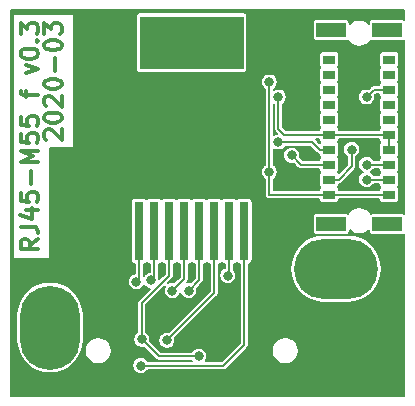
<source format=gbr>
G04 #@! TF.GenerationSoftware,KiCad,Pcbnew,5.1.5*
G04 #@! TF.CreationDate,2020-03-23T15:00:30-04:00*
G04 #@! TF.ProjectId,M55-RJ45,4d35352d-524a-4343-952e-6b696361645f,v0.3*
G04 #@! TF.SameCoordinates,Original*
G04 #@! TF.FileFunction,Copper,L1,Top*
G04 #@! TF.FilePolarity,Positive*
%FSLAX46Y46*%
G04 Gerber Fmt 4.6, Leading zero omitted, Abs format (unit mm)*
G04 Created by KiCad (PCBNEW 5.1.5) date 2020-03-23 15:00:30*
%MOMM*%
%LPD*%
G04 APERTURE LIST*
%ADD10C,0.300000*%
%ADD11C,0.800000*%
%ADD12O,5.100000X7.100000*%
%ADD13O,7.100000X5.100000*%
%ADD14R,0.760000X5.000000*%
%ADD15R,8.800000X4.500000*%
%ADD16R,1.100000X0.800000*%
%ADD17R,2.500000X1.200000*%
%ADD18C,0.127000*%
G04 APERTURE END LIST*
D10*
X43321428Y-129337857D02*
X43250000Y-129266428D01*
X43178571Y-129123571D01*
X43178571Y-128766428D01*
X43250000Y-128623571D01*
X43321428Y-128552142D01*
X43464285Y-128480714D01*
X43607142Y-128480714D01*
X43821428Y-128552142D01*
X44678571Y-129409285D01*
X44678571Y-128480714D01*
X43178571Y-127552142D02*
X43178571Y-127409285D01*
X43250000Y-127266428D01*
X43321428Y-127195000D01*
X43464285Y-127123571D01*
X43750000Y-127052142D01*
X44107142Y-127052142D01*
X44392857Y-127123571D01*
X44535714Y-127195000D01*
X44607142Y-127266428D01*
X44678571Y-127409285D01*
X44678571Y-127552142D01*
X44607142Y-127695000D01*
X44535714Y-127766428D01*
X44392857Y-127837857D01*
X44107142Y-127909285D01*
X43750000Y-127909285D01*
X43464285Y-127837857D01*
X43321428Y-127766428D01*
X43250000Y-127695000D01*
X43178571Y-127552142D01*
X43321428Y-126480714D02*
X43250000Y-126409285D01*
X43178571Y-126266428D01*
X43178571Y-125909285D01*
X43250000Y-125766428D01*
X43321428Y-125695000D01*
X43464285Y-125623571D01*
X43607142Y-125623571D01*
X43821428Y-125695000D01*
X44678571Y-126552142D01*
X44678571Y-125623571D01*
X43178571Y-124695000D02*
X43178571Y-124552142D01*
X43250000Y-124409285D01*
X43321428Y-124337857D01*
X43464285Y-124266428D01*
X43750000Y-124195000D01*
X44107142Y-124195000D01*
X44392857Y-124266428D01*
X44535714Y-124337857D01*
X44607142Y-124409285D01*
X44678571Y-124552142D01*
X44678571Y-124695000D01*
X44607142Y-124837857D01*
X44535714Y-124909285D01*
X44392857Y-124980714D01*
X44107142Y-125052142D01*
X43750000Y-125052142D01*
X43464285Y-124980714D01*
X43321428Y-124909285D01*
X43250000Y-124837857D01*
X43178571Y-124695000D01*
X44107142Y-123552142D02*
X44107142Y-122409285D01*
X43178571Y-121409285D02*
X43178571Y-121266428D01*
X43250000Y-121123571D01*
X43321428Y-121052142D01*
X43464285Y-120980714D01*
X43750000Y-120909285D01*
X44107142Y-120909285D01*
X44392857Y-120980714D01*
X44535714Y-121052142D01*
X44607142Y-121123571D01*
X44678571Y-121266428D01*
X44678571Y-121409285D01*
X44607142Y-121552142D01*
X44535714Y-121623571D01*
X44392857Y-121695000D01*
X44107142Y-121766428D01*
X43750000Y-121766428D01*
X43464285Y-121695000D01*
X43321428Y-121623571D01*
X43250000Y-121552142D01*
X43178571Y-121409285D01*
X43178571Y-120409285D02*
X43178571Y-119480714D01*
X43750000Y-119980714D01*
X43750000Y-119766428D01*
X43821428Y-119623571D01*
X43892857Y-119552142D01*
X44035714Y-119480714D01*
X44392857Y-119480714D01*
X44535714Y-119552142D01*
X44607142Y-119623571D01*
X44678571Y-119766428D01*
X44678571Y-120195000D01*
X44607142Y-120337857D01*
X44535714Y-120409285D01*
X42678571Y-137766428D02*
X41964285Y-138266428D01*
X42678571Y-138623571D02*
X41178571Y-138623571D01*
X41178571Y-138052142D01*
X41250000Y-137909285D01*
X41321428Y-137837857D01*
X41464285Y-137766428D01*
X41678571Y-137766428D01*
X41821428Y-137837857D01*
X41892857Y-137909285D01*
X41964285Y-138052142D01*
X41964285Y-138623571D01*
X41178571Y-136695000D02*
X42250000Y-136695000D01*
X42464285Y-136766428D01*
X42607142Y-136909285D01*
X42678571Y-137123571D01*
X42678571Y-137266428D01*
X41678571Y-135337857D02*
X42678571Y-135337857D01*
X41107142Y-135695000D02*
X42178571Y-136052142D01*
X42178571Y-135123571D01*
X41178571Y-133837857D02*
X41178571Y-134552142D01*
X41892857Y-134623571D01*
X41821428Y-134552142D01*
X41750000Y-134409285D01*
X41750000Y-134052142D01*
X41821428Y-133909285D01*
X41892857Y-133837857D01*
X42035714Y-133766428D01*
X42392857Y-133766428D01*
X42535714Y-133837857D01*
X42607142Y-133909285D01*
X42678571Y-134052142D01*
X42678571Y-134409285D01*
X42607142Y-134552142D01*
X42535714Y-134623571D01*
X42107142Y-133123571D02*
X42107142Y-131980714D01*
X42678571Y-131266428D02*
X41178571Y-131266428D01*
X42250000Y-130766428D01*
X41178571Y-130266428D01*
X42678571Y-130266428D01*
X41178571Y-128837857D02*
X41178571Y-129552142D01*
X41892857Y-129623571D01*
X41821428Y-129552142D01*
X41750000Y-129409285D01*
X41750000Y-129052142D01*
X41821428Y-128909285D01*
X41892857Y-128837857D01*
X42035714Y-128766428D01*
X42392857Y-128766428D01*
X42535714Y-128837857D01*
X42607142Y-128909285D01*
X42678571Y-129052142D01*
X42678571Y-129409285D01*
X42607142Y-129552142D01*
X42535714Y-129623571D01*
X41178571Y-127409285D02*
X41178571Y-128123571D01*
X41892857Y-128195000D01*
X41821428Y-128123571D01*
X41750000Y-127980714D01*
X41750000Y-127623571D01*
X41821428Y-127480714D01*
X41892857Y-127409285D01*
X42035714Y-127337857D01*
X42392857Y-127337857D01*
X42535714Y-127409285D01*
X42607142Y-127480714D01*
X42678571Y-127623571D01*
X42678571Y-127980714D01*
X42607142Y-128123571D01*
X42535714Y-128195000D01*
X41678571Y-125766428D02*
X41678571Y-125195000D01*
X42678571Y-125552142D02*
X41392857Y-125552142D01*
X41250000Y-125480714D01*
X41178571Y-125337857D01*
X41178571Y-125195000D01*
X41678571Y-123695000D02*
X42678571Y-123337857D01*
X41678571Y-122980714D01*
X41178571Y-122123571D02*
X41178571Y-121980714D01*
X41250000Y-121837857D01*
X41321428Y-121766428D01*
X41464285Y-121695000D01*
X41750000Y-121623571D01*
X42107142Y-121623571D01*
X42392857Y-121695000D01*
X42535714Y-121766428D01*
X42607142Y-121837857D01*
X42678571Y-121980714D01*
X42678571Y-122123571D01*
X42607142Y-122266428D01*
X42535714Y-122337857D01*
X42392857Y-122409285D01*
X42107142Y-122480714D01*
X41750000Y-122480714D01*
X41464285Y-122409285D01*
X41321428Y-122337857D01*
X41250000Y-122266428D01*
X41178571Y-122123571D01*
X42535714Y-120980714D02*
X42607142Y-120909285D01*
X42678571Y-120980714D01*
X42607142Y-121052142D01*
X42535714Y-120980714D01*
X42678571Y-120980714D01*
X41178571Y-120409285D02*
X41178571Y-119480714D01*
X41750000Y-119980714D01*
X41750000Y-119766428D01*
X41821428Y-119623571D01*
X41892857Y-119552142D01*
X42035714Y-119480714D01*
X42392857Y-119480714D01*
X42535714Y-119552142D01*
X42607142Y-119623571D01*
X42678571Y-119766428D01*
X42678571Y-120195000D01*
X42607142Y-120337857D01*
X42535714Y-120409285D01*
D11*
X42677820Y-147820620D03*
X42677820Y-142620620D03*
X44677820Y-142620620D03*
X45677820Y-144120620D03*
X45677820Y-146320620D03*
X44677820Y-147820620D03*
X41677820Y-146320620D03*
X41677820Y-144120620D03*
D12*
X43677820Y-145246020D03*
D11*
X70450000Y-141270000D03*
X65250000Y-141270000D03*
X65250000Y-139270000D03*
X66750000Y-138270000D03*
X68950000Y-138270000D03*
X70450000Y-139270000D03*
X68950000Y-142270000D03*
X66750000Y-142270000D03*
D13*
X67875400Y-140270000D03*
D14*
X51232820Y-137060620D03*
X52502820Y-137060620D03*
X53772820Y-137060620D03*
X55042820Y-137060620D03*
X56312820Y-137060620D03*
X57582820Y-137060620D03*
X58852820Y-137060620D03*
X60122820Y-137060620D03*
D15*
X55677820Y-121130620D03*
D16*
X67310000Y-133985000D03*
X72390000Y-133985000D03*
X67310000Y-132715000D03*
X72390000Y-132715000D03*
X67310000Y-131445000D03*
X72390000Y-131445000D03*
X67310000Y-130175000D03*
X72390000Y-130175000D03*
X67310000Y-128905000D03*
X72390000Y-128905000D03*
X67310000Y-127635000D03*
X72390000Y-127635000D03*
X67310000Y-126365000D03*
X72390000Y-126365000D03*
X67310000Y-125095000D03*
X72390000Y-125095000D03*
X67310000Y-123825000D03*
X72390000Y-123825000D03*
X67310000Y-122555000D03*
X72390000Y-122555000D03*
D17*
X67475000Y-120060000D03*
X72225000Y-120060000D03*
X67475000Y-136480000D03*
X72225000Y-136480000D03*
D11*
X58732420Y-140850620D03*
X50975260Y-141378940D03*
X52223245Y-141264431D03*
X56255920Y-147683220D03*
X51437531Y-146244671D03*
X54032726Y-142120618D03*
X55412330Y-142120624D03*
X53576220Y-146324320D03*
X51366420Y-148470620D03*
X70485000Y-132715000D03*
X62230000Y-124460000D03*
X62230000Y-132080000D03*
X70485000Y-131445000D03*
X63005000Y-129540000D03*
X64134990Y-130669990D03*
X69215000Y-130175000D03*
X70485000Y-125730000D03*
X63005000Y-125730000D03*
D18*
X58852820Y-137060620D02*
X58852820Y-140730220D01*
X58852820Y-140730220D02*
X58732420Y-140850620D01*
X51232820Y-141121380D02*
X50975260Y-141378940D01*
X51232820Y-137060620D02*
X51232820Y-141121380D01*
X52502820Y-140984856D02*
X52223245Y-141264431D01*
X52502820Y-137060620D02*
X52502820Y-140984856D01*
X52876080Y-147683220D02*
X51437531Y-146244671D01*
X56255920Y-147683220D02*
X52876080Y-147683220D01*
X51437531Y-143197147D02*
X51437531Y-146244671D01*
X53772820Y-140861858D02*
X51437531Y-143197147D01*
X53772820Y-137060620D02*
X53772820Y-140861858D01*
X55042820Y-137060620D02*
X55042820Y-141110524D01*
X55042820Y-141110524D02*
X54032726Y-142120618D01*
X56312820Y-137060620D02*
X56312820Y-141220134D01*
X56312820Y-141220134D02*
X55412330Y-142120624D01*
X57582820Y-142317720D02*
X53576220Y-146324320D01*
X57582820Y-137060620D02*
X57582820Y-142317720D01*
X58355422Y-148470620D02*
X51366420Y-148470620D01*
X60122820Y-137060620D02*
X60122820Y-146703222D01*
X60122820Y-146703222D02*
X58355422Y-148470620D01*
X70485000Y-132715000D02*
X72390000Y-132715000D01*
X62230000Y-133985000D02*
X67310000Y-133985000D01*
X67310000Y-133985000D02*
X72390000Y-133985000D01*
X62230000Y-124460000D02*
X62230000Y-132080000D01*
X62230000Y-132080000D02*
X62230000Y-133985000D01*
X72390000Y-131445000D02*
X70485000Y-131445000D01*
X66510000Y-130175000D02*
X67310000Y-130175000D01*
X65875000Y-129540000D02*
X66510000Y-130175000D01*
X63005000Y-129540000D02*
X65875000Y-129540000D01*
X64910000Y-131445000D02*
X64134990Y-130669990D01*
X67310000Y-131445000D02*
X64910000Y-131445000D01*
X69215000Y-131610000D02*
X69215000Y-130175000D01*
X67310000Y-132715000D02*
X68110000Y-132715000D01*
X68110000Y-132715000D02*
X69215000Y-131610000D01*
X72390000Y-125095000D02*
X71120000Y-125095000D01*
X71120000Y-125095000D02*
X70485000Y-125730000D01*
X67310000Y-128905000D02*
X72390000Y-128905000D01*
X72390000Y-128905000D02*
X72390000Y-130175000D01*
X63500000Y-128905000D02*
X67310000Y-128905000D01*
X63005000Y-125730000D02*
X63005000Y-128410000D01*
X63005000Y-128410000D02*
X63500000Y-128905000D01*
G36*
X73657500Y-119199042D02*
G01*
X73652247Y-119194731D01*
X73597090Y-119165249D01*
X73537241Y-119147094D01*
X73475000Y-119140964D01*
X70975000Y-119140964D01*
X70912759Y-119147094D01*
X70852910Y-119165249D01*
X70797753Y-119194731D01*
X70749407Y-119234407D01*
X70709731Y-119282753D01*
X70680249Y-119337910D01*
X70662094Y-119397759D01*
X70655964Y-119460000D01*
X70655964Y-119535225D01*
X70578301Y-119457562D01*
X70391177Y-119332530D01*
X70183255Y-119246406D01*
X69962526Y-119202500D01*
X69737474Y-119202500D01*
X69516745Y-119246406D01*
X69308823Y-119332530D01*
X69121699Y-119457562D01*
X69044036Y-119535225D01*
X69044036Y-119460000D01*
X69037906Y-119397759D01*
X69019751Y-119337910D01*
X68990269Y-119282753D01*
X68950593Y-119234407D01*
X68902247Y-119194731D01*
X68847090Y-119165249D01*
X68787241Y-119147094D01*
X68725000Y-119140964D01*
X66225000Y-119140964D01*
X66162759Y-119147094D01*
X66102910Y-119165249D01*
X66047753Y-119194731D01*
X65999407Y-119234407D01*
X65959731Y-119282753D01*
X65930249Y-119337910D01*
X65912094Y-119397759D01*
X65905964Y-119460000D01*
X65905964Y-120660000D01*
X65912094Y-120722241D01*
X65930249Y-120782090D01*
X65959731Y-120837247D01*
X65999407Y-120885593D01*
X66047753Y-120925269D01*
X66102910Y-120954751D01*
X66162759Y-120972906D01*
X66225000Y-120979036D01*
X68725000Y-120979036D01*
X68787241Y-120972906D01*
X68847090Y-120954751D01*
X68873807Y-120940470D01*
X68962562Y-121073301D01*
X69121699Y-121232438D01*
X69308823Y-121357470D01*
X69516745Y-121443594D01*
X69737474Y-121487500D01*
X69962526Y-121487500D01*
X70183255Y-121443594D01*
X70391177Y-121357470D01*
X70578301Y-121232438D01*
X70737438Y-121073301D01*
X70826193Y-120940470D01*
X70852910Y-120954751D01*
X70912759Y-120972906D01*
X70975000Y-120979036D01*
X73475000Y-120979036D01*
X73537241Y-120972906D01*
X73597090Y-120954751D01*
X73652247Y-120925269D01*
X73657500Y-120920958D01*
X73657501Y-135619042D01*
X73652247Y-135614731D01*
X73597090Y-135585249D01*
X73537241Y-135567094D01*
X73475000Y-135560964D01*
X70975000Y-135560964D01*
X70912759Y-135567094D01*
X70852910Y-135585249D01*
X70826193Y-135599530D01*
X70737438Y-135466699D01*
X70578301Y-135307562D01*
X70391177Y-135182530D01*
X70183255Y-135096406D01*
X69962526Y-135052500D01*
X69737474Y-135052500D01*
X69516745Y-135096406D01*
X69308823Y-135182530D01*
X69121699Y-135307562D01*
X68962562Y-135466699D01*
X68873807Y-135599530D01*
X68847090Y-135585249D01*
X68787241Y-135567094D01*
X68725000Y-135560964D01*
X66225000Y-135560964D01*
X66162759Y-135567094D01*
X66102910Y-135585249D01*
X66047753Y-135614731D01*
X65999407Y-135654407D01*
X65959731Y-135702753D01*
X65930249Y-135757910D01*
X65912094Y-135817759D01*
X65905964Y-135880000D01*
X65905964Y-137080000D01*
X65912094Y-137142241D01*
X65930249Y-137202090D01*
X65959731Y-137257247D01*
X65999407Y-137305593D01*
X66047753Y-137345269D01*
X66102910Y-137374751D01*
X66162759Y-137392906D01*
X66225000Y-137399036D01*
X68725000Y-137399036D01*
X68787241Y-137392906D01*
X68847090Y-137374751D01*
X68902247Y-137345269D01*
X68950593Y-137305593D01*
X68990269Y-137257247D01*
X69019751Y-137202090D01*
X69037906Y-137142241D01*
X69044036Y-137080000D01*
X69044036Y-137004775D01*
X69121699Y-137082438D01*
X69308823Y-137207470D01*
X69516745Y-137293594D01*
X69737474Y-137337500D01*
X69962526Y-137337500D01*
X70183255Y-137293594D01*
X70391177Y-137207470D01*
X70578301Y-137082438D01*
X70655964Y-137004775D01*
X70655964Y-137080000D01*
X70662094Y-137142241D01*
X70680249Y-137202090D01*
X70709731Y-137257247D01*
X70749407Y-137305593D01*
X70797753Y-137345269D01*
X70852910Y-137374751D01*
X70912759Y-137392906D01*
X70975000Y-137399036D01*
X73475000Y-137399036D01*
X73537241Y-137392906D01*
X73597090Y-137374751D01*
X73652247Y-137345269D01*
X73657501Y-137340958D01*
X73657501Y-151007500D01*
X40342500Y-151007500D01*
X40342500Y-144105156D01*
X40810320Y-144105156D01*
X40810320Y-146386885D01*
X40851811Y-146808148D01*
X41015778Y-147348674D01*
X41282045Y-147846826D01*
X41640382Y-148283459D01*
X42077015Y-148641795D01*
X42575167Y-148908062D01*
X43115693Y-149072029D01*
X43677820Y-149127394D01*
X44239948Y-149072029D01*
X44780474Y-148908062D01*
X45278626Y-148641795D01*
X45715259Y-148283459D01*
X46073595Y-147846826D01*
X46339862Y-147348674D01*
X46412841Y-147108094D01*
X46610320Y-147108094D01*
X46610320Y-147333146D01*
X46654226Y-147553875D01*
X46740350Y-147761797D01*
X46865382Y-147948921D01*
X47024519Y-148108058D01*
X47211643Y-148233090D01*
X47419565Y-148319214D01*
X47640294Y-148363120D01*
X47865346Y-148363120D01*
X48086075Y-148319214D01*
X48293997Y-148233090D01*
X48481121Y-148108058D01*
X48640258Y-147948921D01*
X48765290Y-147761797D01*
X48851414Y-147553875D01*
X48895320Y-147333146D01*
X48895320Y-147108094D01*
X48851414Y-146887365D01*
X48765290Y-146679443D01*
X48640258Y-146492319D01*
X48481121Y-146333182D01*
X48293997Y-146208150D01*
X48086075Y-146122026D01*
X47865346Y-146078120D01*
X47640294Y-146078120D01*
X47419565Y-146122026D01*
X47211643Y-146208150D01*
X47024519Y-146333182D01*
X46865382Y-146492319D01*
X46740350Y-146679443D01*
X46654226Y-146887365D01*
X46610320Y-147108094D01*
X46412841Y-147108094D01*
X46503829Y-146808148D01*
X46545320Y-146386885D01*
X46545320Y-144105155D01*
X46503829Y-143683892D01*
X46339862Y-143143366D01*
X46073595Y-142645214D01*
X45715258Y-142208581D01*
X45278625Y-141850245D01*
X44780473Y-141583978D01*
X44239947Y-141420011D01*
X43677820Y-141364646D01*
X43115692Y-141420011D01*
X42575166Y-141583978D01*
X42077014Y-141850245D01*
X41640381Y-142208582D01*
X41282045Y-142645215D01*
X41015778Y-143143367D01*
X40851811Y-143683893D01*
X40810320Y-144105156D01*
X40342500Y-144105156D01*
X40342500Y-141308272D01*
X50257760Y-141308272D01*
X50257760Y-141449608D01*
X50285333Y-141588227D01*
X50339419Y-141718804D01*
X50417941Y-141836320D01*
X50517880Y-141936259D01*
X50635396Y-142014781D01*
X50765973Y-142068867D01*
X50904592Y-142096440D01*
X51045928Y-142096440D01*
X51184547Y-142068867D01*
X51315124Y-142014781D01*
X51432640Y-141936259D01*
X51532579Y-141836320D01*
X51611101Y-141718804D01*
X51631312Y-141670008D01*
X51665926Y-141721811D01*
X51765865Y-141821750D01*
X51883381Y-141900272D01*
X52013958Y-141954358D01*
X52120344Y-141975519D01*
X51181363Y-142914501D01*
X51166820Y-142926436D01*
X51135197Y-142964970D01*
X51119209Y-142984451D01*
X51083831Y-143050639D01*
X51083830Y-143050640D01*
X51062044Y-143122459D01*
X51059985Y-143143367D01*
X51054688Y-143197147D01*
X51056531Y-143215857D01*
X51056532Y-145636316D01*
X50980151Y-145687352D01*
X50880212Y-145787291D01*
X50801690Y-145904807D01*
X50747604Y-146035384D01*
X50720031Y-146174003D01*
X50720031Y-146315339D01*
X50747604Y-146453958D01*
X50801690Y-146584535D01*
X50880212Y-146702051D01*
X50980151Y-146801990D01*
X51097667Y-146880512D01*
X51228244Y-146934598D01*
X51366863Y-146962171D01*
X51508199Y-146962171D01*
X51598295Y-146944250D01*
X52593443Y-147939399D01*
X52605369Y-147953931D01*
X52619901Y-147965857D01*
X52619904Y-147965860D01*
X52663384Y-148001542D01*
X52729572Y-148036921D01*
X52801391Y-148058707D01*
X52857367Y-148064220D01*
X52857370Y-148064220D01*
X52876080Y-148066063D01*
X52894790Y-148064220D01*
X55647565Y-148064220D01*
X55664537Y-148089620D01*
X51974775Y-148089620D01*
X51923739Y-148013240D01*
X51823800Y-147913301D01*
X51706284Y-147834779D01*
X51575707Y-147780693D01*
X51437088Y-147753120D01*
X51295752Y-147753120D01*
X51157133Y-147780693D01*
X51026556Y-147834779D01*
X50909040Y-147913301D01*
X50809101Y-148013240D01*
X50730579Y-148130756D01*
X50676493Y-148261333D01*
X50648920Y-148399952D01*
X50648920Y-148541288D01*
X50676493Y-148679907D01*
X50730579Y-148810484D01*
X50809101Y-148928000D01*
X50909040Y-149027939D01*
X51026556Y-149106461D01*
X51157133Y-149160547D01*
X51295752Y-149188120D01*
X51437088Y-149188120D01*
X51575707Y-149160547D01*
X51706284Y-149106461D01*
X51823800Y-149027939D01*
X51923739Y-148928000D01*
X51974775Y-148851620D01*
X58336712Y-148851620D01*
X58355422Y-148853463D01*
X58374132Y-148851620D01*
X58374135Y-148851620D01*
X58430111Y-148846107D01*
X58501930Y-148824321D01*
X58568118Y-148788942D01*
X58626133Y-148741331D01*
X58638068Y-148726788D01*
X60256762Y-147108094D01*
X62460320Y-147108094D01*
X62460320Y-147333146D01*
X62504226Y-147553875D01*
X62590350Y-147761797D01*
X62715382Y-147948921D01*
X62874519Y-148108058D01*
X63061643Y-148233090D01*
X63269565Y-148319214D01*
X63490294Y-148363120D01*
X63715346Y-148363120D01*
X63936075Y-148319214D01*
X64143997Y-148233090D01*
X64331121Y-148108058D01*
X64490258Y-147948921D01*
X64615290Y-147761797D01*
X64701414Y-147553875D01*
X64745320Y-147333146D01*
X64745320Y-147108094D01*
X64701414Y-146887365D01*
X64615290Y-146679443D01*
X64490258Y-146492319D01*
X64331121Y-146333182D01*
X64143997Y-146208150D01*
X63936075Y-146122026D01*
X63715346Y-146078120D01*
X63490294Y-146078120D01*
X63269565Y-146122026D01*
X63061643Y-146208150D01*
X62874519Y-146333182D01*
X62715382Y-146492319D01*
X62590350Y-146679443D01*
X62504226Y-146887365D01*
X62460320Y-147108094D01*
X60256762Y-147108094D01*
X60378994Y-146985863D01*
X60393531Y-146973933D01*
X60425812Y-146934598D01*
X60441142Y-146915919D01*
X60476521Y-146849730D01*
X60498307Y-146777911D01*
X60503820Y-146721935D01*
X60503820Y-146721933D01*
X60505663Y-146703223D01*
X60503820Y-146684513D01*
X60503820Y-140270000D01*
X63994026Y-140270000D01*
X64049391Y-140832128D01*
X64213358Y-141372654D01*
X64479625Y-141870806D01*
X64837961Y-142307439D01*
X65274594Y-142665775D01*
X65772746Y-142932042D01*
X66313272Y-143096009D01*
X66734535Y-143137500D01*
X69016265Y-143137500D01*
X69437528Y-143096009D01*
X69978054Y-142932042D01*
X70476206Y-142665775D01*
X70912839Y-142307439D01*
X71271175Y-141870806D01*
X71537442Y-141372654D01*
X71701409Y-140832128D01*
X71756774Y-140270000D01*
X71701409Y-139707872D01*
X71537442Y-139167346D01*
X71271175Y-138669194D01*
X70912839Y-138232561D01*
X70476206Y-137874225D01*
X69978054Y-137607958D01*
X69437528Y-137443991D01*
X69016265Y-137402500D01*
X66734535Y-137402500D01*
X66313272Y-137443991D01*
X65772746Y-137607958D01*
X65274594Y-137874225D01*
X64837961Y-138232561D01*
X64479625Y-138669194D01*
X64213358Y-139167346D01*
X64049391Y-139707872D01*
X63994026Y-140270000D01*
X60503820Y-140270000D01*
X60503820Y-139879558D01*
X60565061Y-139873526D01*
X60624910Y-139855371D01*
X60680067Y-139825889D01*
X60728413Y-139786213D01*
X60768089Y-139737867D01*
X60797571Y-139682710D01*
X60815726Y-139622861D01*
X60821856Y-139560620D01*
X60821856Y-134560620D01*
X60815726Y-134498379D01*
X60797571Y-134438530D01*
X60768089Y-134383373D01*
X60728413Y-134335027D01*
X60680067Y-134295351D01*
X60624910Y-134265869D01*
X60565061Y-134247714D01*
X60502820Y-134241584D01*
X59742820Y-134241584D01*
X59680579Y-134247714D01*
X59620730Y-134265869D01*
X59565573Y-134295351D01*
X59517227Y-134335027D01*
X59487820Y-134370860D01*
X59458413Y-134335027D01*
X59410067Y-134295351D01*
X59354910Y-134265869D01*
X59295061Y-134247714D01*
X59232820Y-134241584D01*
X58472820Y-134241584D01*
X58410579Y-134247714D01*
X58350730Y-134265869D01*
X58295573Y-134295351D01*
X58247227Y-134335027D01*
X58217820Y-134370860D01*
X58188413Y-134335027D01*
X58140067Y-134295351D01*
X58084910Y-134265869D01*
X58025061Y-134247714D01*
X57962820Y-134241584D01*
X57202820Y-134241584D01*
X57140579Y-134247714D01*
X57080730Y-134265869D01*
X57025573Y-134295351D01*
X56977227Y-134335027D01*
X56947820Y-134370860D01*
X56918413Y-134335027D01*
X56870067Y-134295351D01*
X56814910Y-134265869D01*
X56755061Y-134247714D01*
X56692820Y-134241584D01*
X55932820Y-134241584D01*
X55870579Y-134247714D01*
X55810730Y-134265869D01*
X55755573Y-134295351D01*
X55707227Y-134335027D01*
X55677820Y-134370860D01*
X55648413Y-134335027D01*
X55600067Y-134295351D01*
X55544910Y-134265869D01*
X55485061Y-134247714D01*
X55422820Y-134241584D01*
X54662820Y-134241584D01*
X54600579Y-134247714D01*
X54540730Y-134265869D01*
X54485573Y-134295351D01*
X54437227Y-134335027D01*
X54407820Y-134370860D01*
X54378413Y-134335027D01*
X54330067Y-134295351D01*
X54274910Y-134265869D01*
X54215061Y-134247714D01*
X54152820Y-134241584D01*
X53392820Y-134241584D01*
X53330579Y-134247714D01*
X53270730Y-134265869D01*
X53215573Y-134295351D01*
X53167227Y-134335027D01*
X53137820Y-134370860D01*
X53108413Y-134335027D01*
X53060067Y-134295351D01*
X53004910Y-134265869D01*
X52945061Y-134247714D01*
X52882820Y-134241584D01*
X52122820Y-134241584D01*
X52060579Y-134247714D01*
X52000730Y-134265869D01*
X51945573Y-134295351D01*
X51897227Y-134335027D01*
X51867820Y-134370860D01*
X51838413Y-134335027D01*
X51790067Y-134295351D01*
X51734910Y-134265869D01*
X51675061Y-134247714D01*
X51612820Y-134241584D01*
X50852820Y-134241584D01*
X50790579Y-134247714D01*
X50730730Y-134265869D01*
X50675573Y-134295351D01*
X50627227Y-134335027D01*
X50587551Y-134383373D01*
X50558069Y-134438530D01*
X50539914Y-134498379D01*
X50533784Y-134560620D01*
X50533784Y-139560620D01*
X50539914Y-139622861D01*
X50558069Y-139682710D01*
X50587551Y-139737867D01*
X50627227Y-139786213D01*
X50675573Y-139825889D01*
X50730730Y-139855371D01*
X50790579Y-139873526D01*
X50851821Y-139879558D01*
X50851821Y-140671937D01*
X50765973Y-140689013D01*
X50635396Y-140743099D01*
X50517880Y-140821621D01*
X50417941Y-140921560D01*
X50339419Y-141039076D01*
X50285333Y-141169653D01*
X50257760Y-141308272D01*
X40342500Y-141308272D01*
X40342500Y-118682500D01*
X40527500Y-118682500D01*
X40527500Y-139403214D01*
X43712500Y-139403214D01*
X43712500Y-130046071D01*
X45712500Y-130046071D01*
X45712500Y-124389332D01*
X61512500Y-124389332D01*
X61512500Y-124530668D01*
X61540073Y-124669287D01*
X61594159Y-124799864D01*
X61672681Y-124917380D01*
X61772620Y-125017319D01*
X61849000Y-125068355D01*
X61849001Y-131471645D01*
X61772620Y-131522681D01*
X61672681Y-131622620D01*
X61594159Y-131740136D01*
X61540073Y-131870713D01*
X61512500Y-132009332D01*
X61512500Y-132150668D01*
X61540073Y-132289287D01*
X61594159Y-132419864D01*
X61672681Y-132537380D01*
X61772620Y-132637319D01*
X61849000Y-132688355D01*
X61849001Y-133966277D01*
X61847157Y-133985000D01*
X61854513Y-134059689D01*
X61876299Y-134131508D01*
X61911678Y-134197696D01*
X61959289Y-134255711D01*
X62017304Y-134303322D01*
X62083492Y-134338701D01*
X62155311Y-134360487D01*
X62211287Y-134366000D01*
X62230000Y-134367843D01*
X62248713Y-134366000D01*
X66440964Y-134366000D01*
X66440964Y-134385000D01*
X66447094Y-134447241D01*
X66465249Y-134507090D01*
X66494731Y-134562247D01*
X66534407Y-134610593D01*
X66582753Y-134650269D01*
X66637910Y-134679751D01*
X66697759Y-134697906D01*
X66760000Y-134704036D01*
X67860000Y-134704036D01*
X67922241Y-134697906D01*
X67982090Y-134679751D01*
X68037247Y-134650269D01*
X68085593Y-134610593D01*
X68125269Y-134562247D01*
X68154751Y-134507090D01*
X68172906Y-134447241D01*
X68179036Y-134385000D01*
X68179036Y-134366000D01*
X71520964Y-134366000D01*
X71520964Y-134385000D01*
X71527094Y-134447241D01*
X71545249Y-134507090D01*
X71574731Y-134562247D01*
X71614407Y-134610593D01*
X71662753Y-134650269D01*
X71717910Y-134679751D01*
X71777759Y-134697906D01*
X71840000Y-134704036D01*
X72940000Y-134704036D01*
X73002241Y-134697906D01*
X73062090Y-134679751D01*
X73117247Y-134650269D01*
X73165593Y-134610593D01*
X73205269Y-134562247D01*
X73234751Y-134507090D01*
X73252906Y-134447241D01*
X73259036Y-134385000D01*
X73259036Y-133585000D01*
X73252906Y-133522759D01*
X73234751Y-133462910D01*
X73205269Y-133407753D01*
X73165593Y-133359407D01*
X73154130Y-133350000D01*
X73165593Y-133340593D01*
X73205269Y-133292247D01*
X73234751Y-133237090D01*
X73252906Y-133177241D01*
X73259036Y-133115000D01*
X73259036Y-132315000D01*
X73252906Y-132252759D01*
X73234751Y-132192910D01*
X73205269Y-132137753D01*
X73165593Y-132089407D01*
X73154130Y-132080000D01*
X73165593Y-132070593D01*
X73205269Y-132022247D01*
X73234751Y-131967090D01*
X73252906Y-131907241D01*
X73259036Y-131845000D01*
X73259036Y-131045000D01*
X73252906Y-130982759D01*
X73234751Y-130922910D01*
X73205269Y-130867753D01*
X73165593Y-130819407D01*
X73154130Y-130810000D01*
X73165593Y-130800593D01*
X73205269Y-130752247D01*
X73234751Y-130697090D01*
X73252906Y-130637241D01*
X73259036Y-130575000D01*
X73259036Y-129775000D01*
X73252906Y-129712759D01*
X73234751Y-129652910D01*
X73205269Y-129597753D01*
X73165593Y-129549407D01*
X73154130Y-129540000D01*
X73165593Y-129530593D01*
X73205269Y-129482247D01*
X73234751Y-129427090D01*
X73252906Y-129367241D01*
X73259036Y-129305000D01*
X73259036Y-128505000D01*
X73252906Y-128442759D01*
X73234751Y-128382910D01*
X73205269Y-128327753D01*
X73165593Y-128279407D01*
X73154130Y-128270000D01*
X73165593Y-128260593D01*
X73205269Y-128212247D01*
X73234751Y-128157090D01*
X73252906Y-128097241D01*
X73259036Y-128035000D01*
X73259036Y-127235000D01*
X73252906Y-127172759D01*
X73234751Y-127112910D01*
X73205269Y-127057753D01*
X73165593Y-127009407D01*
X73154130Y-127000000D01*
X73165593Y-126990593D01*
X73205269Y-126942247D01*
X73234751Y-126887090D01*
X73252906Y-126827241D01*
X73259036Y-126765000D01*
X73259036Y-125965000D01*
X73252906Y-125902759D01*
X73234751Y-125842910D01*
X73205269Y-125787753D01*
X73165593Y-125739407D01*
X73154130Y-125730000D01*
X73165593Y-125720593D01*
X73205269Y-125672247D01*
X73234751Y-125617090D01*
X73252906Y-125557241D01*
X73259036Y-125495000D01*
X73259036Y-124695000D01*
X73252906Y-124632759D01*
X73234751Y-124572910D01*
X73205269Y-124517753D01*
X73165593Y-124469407D01*
X73154130Y-124460000D01*
X73165593Y-124450593D01*
X73205269Y-124402247D01*
X73234751Y-124347090D01*
X73252906Y-124287241D01*
X73259036Y-124225000D01*
X73259036Y-123425000D01*
X73252906Y-123362759D01*
X73234751Y-123302910D01*
X73205269Y-123247753D01*
X73165593Y-123199407D01*
X73154130Y-123190000D01*
X73165593Y-123180593D01*
X73205269Y-123132247D01*
X73234751Y-123077090D01*
X73252906Y-123017241D01*
X73259036Y-122955000D01*
X73259036Y-122155000D01*
X73252906Y-122092759D01*
X73234751Y-122032910D01*
X73205269Y-121977753D01*
X73165593Y-121929407D01*
X73117247Y-121889731D01*
X73062090Y-121860249D01*
X73002241Y-121842094D01*
X72940000Y-121835964D01*
X71840000Y-121835964D01*
X71777759Y-121842094D01*
X71717910Y-121860249D01*
X71662753Y-121889731D01*
X71614407Y-121929407D01*
X71574731Y-121977753D01*
X71545249Y-122032910D01*
X71527094Y-122092759D01*
X71520964Y-122155000D01*
X71520964Y-122955000D01*
X71527094Y-123017241D01*
X71545249Y-123077090D01*
X71574731Y-123132247D01*
X71614407Y-123180593D01*
X71625870Y-123190000D01*
X71614407Y-123199407D01*
X71574731Y-123247753D01*
X71545249Y-123302910D01*
X71527094Y-123362759D01*
X71520964Y-123425000D01*
X71520964Y-124225000D01*
X71527094Y-124287241D01*
X71545249Y-124347090D01*
X71574731Y-124402247D01*
X71614407Y-124450593D01*
X71625870Y-124460000D01*
X71614407Y-124469407D01*
X71574731Y-124517753D01*
X71545249Y-124572910D01*
X71527094Y-124632759D01*
X71520964Y-124695000D01*
X71520964Y-124714000D01*
X71138710Y-124714000D01*
X71120000Y-124712157D01*
X71101290Y-124714000D01*
X71101287Y-124714000D01*
X71045311Y-124719513D01*
X70973492Y-124741299D01*
X70907303Y-124776678D01*
X70863824Y-124812360D01*
X70863821Y-124812363D01*
X70849289Y-124824289D01*
X70837363Y-124838821D01*
X70645764Y-125030421D01*
X70555668Y-125012500D01*
X70414332Y-125012500D01*
X70275713Y-125040073D01*
X70145136Y-125094159D01*
X70027620Y-125172681D01*
X69927681Y-125272620D01*
X69849159Y-125390136D01*
X69795073Y-125520713D01*
X69767500Y-125659332D01*
X69767500Y-125800668D01*
X69795073Y-125939287D01*
X69849159Y-126069864D01*
X69927681Y-126187380D01*
X70027620Y-126287319D01*
X70145136Y-126365841D01*
X70275713Y-126419927D01*
X70414332Y-126447500D01*
X70555668Y-126447500D01*
X70694287Y-126419927D01*
X70824864Y-126365841D01*
X70942380Y-126287319D01*
X71042319Y-126187380D01*
X71120841Y-126069864D01*
X71174927Y-125939287D01*
X71202500Y-125800668D01*
X71202500Y-125659332D01*
X71184579Y-125569236D01*
X71277816Y-125476000D01*
X71520964Y-125476000D01*
X71520964Y-125495000D01*
X71527094Y-125557241D01*
X71545249Y-125617090D01*
X71574731Y-125672247D01*
X71614407Y-125720593D01*
X71625870Y-125730000D01*
X71614407Y-125739407D01*
X71574731Y-125787753D01*
X71545249Y-125842910D01*
X71527094Y-125902759D01*
X71520964Y-125965000D01*
X71520964Y-126765000D01*
X71527094Y-126827241D01*
X71545249Y-126887090D01*
X71574731Y-126942247D01*
X71614407Y-126990593D01*
X71625870Y-127000000D01*
X71614407Y-127009407D01*
X71574731Y-127057753D01*
X71545249Y-127112910D01*
X71527094Y-127172759D01*
X71520964Y-127235000D01*
X71520964Y-128035000D01*
X71527094Y-128097241D01*
X71545249Y-128157090D01*
X71574731Y-128212247D01*
X71614407Y-128260593D01*
X71625870Y-128270000D01*
X71614407Y-128279407D01*
X71574731Y-128327753D01*
X71545249Y-128382910D01*
X71527094Y-128442759D01*
X71520964Y-128505000D01*
X71520964Y-128524000D01*
X68179036Y-128524000D01*
X68179036Y-128505000D01*
X68172906Y-128442759D01*
X68154751Y-128382910D01*
X68125269Y-128327753D01*
X68085593Y-128279407D01*
X68074130Y-128270000D01*
X68085593Y-128260593D01*
X68125269Y-128212247D01*
X68154751Y-128157090D01*
X68172906Y-128097241D01*
X68179036Y-128035000D01*
X68179036Y-127235000D01*
X68172906Y-127172759D01*
X68154751Y-127112910D01*
X68125269Y-127057753D01*
X68085593Y-127009407D01*
X68074130Y-127000000D01*
X68085593Y-126990593D01*
X68125269Y-126942247D01*
X68154751Y-126887090D01*
X68172906Y-126827241D01*
X68179036Y-126765000D01*
X68179036Y-125965000D01*
X68172906Y-125902759D01*
X68154751Y-125842910D01*
X68125269Y-125787753D01*
X68085593Y-125739407D01*
X68074130Y-125730000D01*
X68085593Y-125720593D01*
X68125269Y-125672247D01*
X68154751Y-125617090D01*
X68172906Y-125557241D01*
X68179036Y-125495000D01*
X68179036Y-124695000D01*
X68172906Y-124632759D01*
X68154751Y-124572910D01*
X68125269Y-124517753D01*
X68085593Y-124469407D01*
X68074130Y-124460000D01*
X68085593Y-124450593D01*
X68125269Y-124402247D01*
X68154751Y-124347090D01*
X68172906Y-124287241D01*
X68179036Y-124225000D01*
X68179036Y-123425000D01*
X68172906Y-123362759D01*
X68154751Y-123302910D01*
X68125269Y-123247753D01*
X68085593Y-123199407D01*
X68074130Y-123190000D01*
X68085593Y-123180593D01*
X68125269Y-123132247D01*
X68154751Y-123077090D01*
X68172906Y-123017241D01*
X68179036Y-122955000D01*
X68179036Y-122155000D01*
X68172906Y-122092759D01*
X68154751Y-122032910D01*
X68125269Y-121977753D01*
X68085593Y-121929407D01*
X68037247Y-121889731D01*
X67982090Y-121860249D01*
X67922241Y-121842094D01*
X67860000Y-121835964D01*
X66760000Y-121835964D01*
X66697759Y-121842094D01*
X66637910Y-121860249D01*
X66582753Y-121889731D01*
X66534407Y-121929407D01*
X66494731Y-121977753D01*
X66465249Y-122032910D01*
X66447094Y-122092759D01*
X66440964Y-122155000D01*
X66440964Y-122955000D01*
X66447094Y-123017241D01*
X66465249Y-123077090D01*
X66494731Y-123132247D01*
X66534407Y-123180593D01*
X66545870Y-123190000D01*
X66534407Y-123199407D01*
X66494731Y-123247753D01*
X66465249Y-123302910D01*
X66447094Y-123362759D01*
X66440964Y-123425000D01*
X66440964Y-124225000D01*
X66447094Y-124287241D01*
X66465249Y-124347090D01*
X66494731Y-124402247D01*
X66534407Y-124450593D01*
X66545870Y-124460000D01*
X66534407Y-124469407D01*
X66494731Y-124517753D01*
X66465249Y-124572910D01*
X66447094Y-124632759D01*
X66440964Y-124695000D01*
X66440964Y-125495000D01*
X66447094Y-125557241D01*
X66465249Y-125617090D01*
X66494731Y-125672247D01*
X66534407Y-125720593D01*
X66545870Y-125730000D01*
X66534407Y-125739407D01*
X66494731Y-125787753D01*
X66465249Y-125842910D01*
X66447094Y-125902759D01*
X66440964Y-125965000D01*
X66440964Y-126765000D01*
X66447094Y-126827241D01*
X66465249Y-126887090D01*
X66494731Y-126942247D01*
X66534407Y-126990593D01*
X66545870Y-127000000D01*
X66534407Y-127009407D01*
X66494731Y-127057753D01*
X66465249Y-127112910D01*
X66447094Y-127172759D01*
X66440964Y-127235000D01*
X66440964Y-128035000D01*
X66447094Y-128097241D01*
X66465249Y-128157090D01*
X66494731Y-128212247D01*
X66534407Y-128260593D01*
X66545870Y-128270000D01*
X66534407Y-128279407D01*
X66494731Y-128327753D01*
X66465249Y-128382910D01*
X66447094Y-128442759D01*
X66440964Y-128505000D01*
X66440964Y-128524000D01*
X63657815Y-128524000D01*
X63386000Y-128252186D01*
X63386000Y-126338355D01*
X63462380Y-126287319D01*
X63562319Y-126187380D01*
X63640841Y-126069864D01*
X63694927Y-125939287D01*
X63722500Y-125800668D01*
X63722500Y-125659332D01*
X63694927Y-125520713D01*
X63640841Y-125390136D01*
X63562319Y-125272620D01*
X63462380Y-125172681D01*
X63344864Y-125094159D01*
X63214287Y-125040073D01*
X63075668Y-125012500D01*
X62934332Y-125012500D01*
X62795713Y-125040073D01*
X62665136Y-125094159D01*
X62611000Y-125130332D01*
X62611000Y-125068355D01*
X62687380Y-125017319D01*
X62787319Y-124917380D01*
X62865841Y-124799864D01*
X62919927Y-124669287D01*
X62947500Y-124530668D01*
X62947500Y-124389332D01*
X62919927Y-124250713D01*
X62865841Y-124120136D01*
X62787319Y-124002620D01*
X62687380Y-123902681D01*
X62569864Y-123824159D01*
X62439287Y-123770073D01*
X62300668Y-123742500D01*
X62159332Y-123742500D01*
X62020713Y-123770073D01*
X61890136Y-123824159D01*
X61772620Y-123902681D01*
X61672681Y-124002620D01*
X61594159Y-124120136D01*
X61540073Y-124250713D01*
X61512500Y-124389332D01*
X45712500Y-124389332D01*
X45712500Y-118880620D01*
X50958784Y-118880620D01*
X50958784Y-123380620D01*
X50964914Y-123442861D01*
X50983069Y-123502710D01*
X51012551Y-123557867D01*
X51052227Y-123606213D01*
X51100573Y-123645889D01*
X51155730Y-123675371D01*
X51215579Y-123693526D01*
X51277820Y-123699656D01*
X60077820Y-123699656D01*
X60140061Y-123693526D01*
X60199910Y-123675371D01*
X60255067Y-123645889D01*
X60303413Y-123606213D01*
X60343089Y-123557867D01*
X60372571Y-123502710D01*
X60390726Y-123442861D01*
X60396856Y-123380620D01*
X60396856Y-118880620D01*
X60390726Y-118818379D01*
X60372571Y-118758530D01*
X60343089Y-118703373D01*
X60303413Y-118655027D01*
X60255067Y-118615351D01*
X60199910Y-118585869D01*
X60140061Y-118567714D01*
X60077820Y-118561584D01*
X51277820Y-118561584D01*
X51215579Y-118567714D01*
X51155730Y-118585869D01*
X51100573Y-118615351D01*
X51052227Y-118655027D01*
X51012551Y-118703373D01*
X50983069Y-118758530D01*
X50964914Y-118818379D01*
X50958784Y-118880620D01*
X45712500Y-118880620D01*
X45712500Y-118682500D01*
X40527500Y-118682500D01*
X40342500Y-118682500D01*
X40342500Y-118342500D01*
X73657500Y-118342500D01*
X73657500Y-119199042D01*
G37*
X73657500Y-119199042D02*
X73652247Y-119194731D01*
X73597090Y-119165249D01*
X73537241Y-119147094D01*
X73475000Y-119140964D01*
X70975000Y-119140964D01*
X70912759Y-119147094D01*
X70852910Y-119165249D01*
X70797753Y-119194731D01*
X70749407Y-119234407D01*
X70709731Y-119282753D01*
X70680249Y-119337910D01*
X70662094Y-119397759D01*
X70655964Y-119460000D01*
X70655964Y-119535225D01*
X70578301Y-119457562D01*
X70391177Y-119332530D01*
X70183255Y-119246406D01*
X69962526Y-119202500D01*
X69737474Y-119202500D01*
X69516745Y-119246406D01*
X69308823Y-119332530D01*
X69121699Y-119457562D01*
X69044036Y-119535225D01*
X69044036Y-119460000D01*
X69037906Y-119397759D01*
X69019751Y-119337910D01*
X68990269Y-119282753D01*
X68950593Y-119234407D01*
X68902247Y-119194731D01*
X68847090Y-119165249D01*
X68787241Y-119147094D01*
X68725000Y-119140964D01*
X66225000Y-119140964D01*
X66162759Y-119147094D01*
X66102910Y-119165249D01*
X66047753Y-119194731D01*
X65999407Y-119234407D01*
X65959731Y-119282753D01*
X65930249Y-119337910D01*
X65912094Y-119397759D01*
X65905964Y-119460000D01*
X65905964Y-120660000D01*
X65912094Y-120722241D01*
X65930249Y-120782090D01*
X65959731Y-120837247D01*
X65999407Y-120885593D01*
X66047753Y-120925269D01*
X66102910Y-120954751D01*
X66162759Y-120972906D01*
X66225000Y-120979036D01*
X68725000Y-120979036D01*
X68787241Y-120972906D01*
X68847090Y-120954751D01*
X68873807Y-120940470D01*
X68962562Y-121073301D01*
X69121699Y-121232438D01*
X69308823Y-121357470D01*
X69516745Y-121443594D01*
X69737474Y-121487500D01*
X69962526Y-121487500D01*
X70183255Y-121443594D01*
X70391177Y-121357470D01*
X70578301Y-121232438D01*
X70737438Y-121073301D01*
X70826193Y-120940470D01*
X70852910Y-120954751D01*
X70912759Y-120972906D01*
X70975000Y-120979036D01*
X73475000Y-120979036D01*
X73537241Y-120972906D01*
X73597090Y-120954751D01*
X73652247Y-120925269D01*
X73657500Y-120920958D01*
X73657501Y-135619042D01*
X73652247Y-135614731D01*
X73597090Y-135585249D01*
X73537241Y-135567094D01*
X73475000Y-135560964D01*
X70975000Y-135560964D01*
X70912759Y-135567094D01*
X70852910Y-135585249D01*
X70826193Y-135599530D01*
X70737438Y-135466699D01*
X70578301Y-135307562D01*
X70391177Y-135182530D01*
X70183255Y-135096406D01*
X69962526Y-135052500D01*
X69737474Y-135052500D01*
X69516745Y-135096406D01*
X69308823Y-135182530D01*
X69121699Y-135307562D01*
X68962562Y-135466699D01*
X68873807Y-135599530D01*
X68847090Y-135585249D01*
X68787241Y-135567094D01*
X68725000Y-135560964D01*
X66225000Y-135560964D01*
X66162759Y-135567094D01*
X66102910Y-135585249D01*
X66047753Y-135614731D01*
X65999407Y-135654407D01*
X65959731Y-135702753D01*
X65930249Y-135757910D01*
X65912094Y-135817759D01*
X65905964Y-135880000D01*
X65905964Y-137080000D01*
X65912094Y-137142241D01*
X65930249Y-137202090D01*
X65959731Y-137257247D01*
X65999407Y-137305593D01*
X66047753Y-137345269D01*
X66102910Y-137374751D01*
X66162759Y-137392906D01*
X66225000Y-137399036D01*
X68725000Y-137399036D01*
X68787241Y-137392906D01*
X68847090Y-137374751D01*
X68902247Y-137345269D01*
X68950593Y-137305593D01*
X68990269Y-137257247D01*
X69019751Y-137202090D01*
X69037906Y-137142241D01*
X69044036Y-137080000D01*
X69044036Y-137004775D01*
X69121699Y-137082438D01*
X69308823Y-137207470D01*
X69516745Y-137293594D01*
X69737474Y-137337500D01*
X69962526Y-137337500D01*
X70183255Y-137293594D01*
X70391177Y-137207470D01*
X70578301Y-137082438D01*
X70655964Y-137004775D01*
X70655964Y-137080000D01*
X70662094Y-137142241D01*
X70680249Y-137202090D01*
X70709731Y-137257247D01*
X70749407Y-137305593D01*
X70797753Y-137345269D01*
X70852910Y-137374751D01*
X70912759Y-137392906D01*
X70975000Y-137399036D01*
X73475000Y-137399036D01*
X73537241Y-137392906D01*
X73597090Y-137374751D01*
X73652247Y-137345269D01*
X73657501Y-137340958D01*
X73657501Y-151007500D01*
X40342500Y-151007500D01*
X40342500Y-144105156D01*
X40810320Y-144105156D01*
X40810320Y-146386885D01*
X40851811Y-146808148D01*
X41015778Y-147348674D01*
X41282045Y-147846826D01*
X41640382Y-148283459D01*
X42077015Y-148641795D01*
X42575167Y-148908062D01*
X43115693Y-149072029D01*
X43677820Y-149127394D01*
X44239948Y-149072029D01*
X44780474Y-148908062D01*
X45278626Y-148641795D01*
X45715259Y-148283459D01*
X46073595Y-147846826D01*
X46339862Y-147348674D01*
X46412841Y-147108094D01*
X46610320Y-147108094D01*
X46610320Y-147333146D01*
X46654226Y-147553875D01*
X46740350Y-147761797D01*
X46865382Y-147948921D01*
X47024519Y-148108058D01*
X47211643Y-148233090D01*
X47419565Y-148319214D01*
X47640294Y-148363120D01*
X47865346Y-148363120D01*
X48086075Y-148319214D01*
X48293997Y-148233090D01*
X48481121Y-148108058D01*
X48640258Y-147948921D01*
X48765290Y-147761797D01*
X48851414Y-147553875D01*
X48895320Y-147333146D01*
X48895320Y-147108094D01*
X48851414Y-146887365D01*
X48765290Y-146679443D01*
X48640258Y-146492319D01*
X48481121Y-146333182D01*
X48293997Y-146208150D01*
X48086075Y-146122026D01*
X47865346Y-146078120D01*
X47640294Y-146078120D01*
X47419565Y-146122026D01*
X47211643Y-146208150D01*
X47024519Y-146333182D01*
X46865382Y-146492319D01*
X46740350Y-146679443D01*
X46654226Y-146887365D01*
X46610320Y-147108094D01*
X46412841Y-147108094D01*
X46503829Y-146808148D01*
X46545320Y-146386885D01*
X46545320Y-144105155D01*
X46503829Y-143683892D01*
X46339862Y-143143366D01*
X46073595Y-142645214D01*
X45715258Y-142208581D01*
X45278625Y-141850245D01*
X44780473Y-141583978D01*
X44239947Y-141420011D01*
X43677820Y-141364646D01*
X43115692Y-141420011D01*
X42575166Y-141583978D01*
X42077014Y-141850245D01*
X41640381Y-142208582D01*
X41282045Y-142645215D01*
X41015778Y-143143367D01*
X40851811Y-143683893D01*
X40810320Y-144105156D01*
X40342500Y-144105156D01*
X40342500Y-141308272D01*
X50257760Y-141308272D01*
X50257760Y-141449608D01*
X50285333Y-141588227D01*
X50339419Y-141718804D01*
X50417941Y-141836320D01*
X50517880Y-141936259D01*
X50635396Y-142014781D01*
X50765973Y-142068867D01*
X50904592Y-142096440D01*
X51045928Y-142096440D01*
X51184547Y-142068867D01*
X51315124Y-142014781D01*
X51432640Y-141936259D01*
X51532579Y-141836320D01*
X51611101Y-141718804D01*
X51631312Y-141670008D01*
X51665926Y-141721811D01*
X51765865Y-141821750D01*
X51883381Y-141900272D01*
X52013958Y-141954358D01*
X52120344Y-141975519D01*
X51181363Y-142914501D01*
X51166820Y-142926436D01*
X51135197Y-142964970D01*
X51119209Y-142984451D01*
X51083831Y-143050639D01*
X51083830Y-143050640D01*
X51062044Y-143122459D01*
X51059985Y-143143367D01*
X51054688Y-143197147D01*
X51056531Y-143215857D01*
X51056532Y-145636316D01*
X50980151Y-145687352D01*
X50880212Y-145787291D01*
X50801690Y-145904807D01*
X50747604Y-146035384D01*
X50720031Y-146174003D01*
X50720031Y-146315339D01*
X50747604Y-146453958D01*
X50801690Y-146584535D01*
X50880212Y-146702051D01*
X50980151Y-146801990D01*
X51097667Y-146880512D01*
X51228244Y-146934598D01*
X51366863Y-146962171D01*
X51508199Y-146962171D01*
X51598295Y-146944250D01*
X52593443Y-147939399D01*
X52605369Y-147953931D01*
X52619901Y-147965857D01*
X52619904Y-147965860D01*
X52663384Y-148001542D01*
X52729572Y-148036921D01*
X52801391Y-148058707D01*
X52857367Y-148064220D01*
X52857370Y-148064220D01*
X52876080Y-148066063D01*
X52894790Y-148064220D01*
X55647565Y-148064220D01*
X55664537Y-148089620D01*
X51974775Y-148089620D01*
X51923739Y-148013240D01*
X51823800Y-147913301D01*
X51706284Y-147834779D01*
X51575707Y-147780693D01*
X51437088Y-147753120D01*
X51295752Y-147753120D01*
X51157133Y-147780693D01*
X51026556Y-147834779D01*
X50909040Y-147913301D01*
X50809101Y-148013240D01*
X50730579Y-148130756D01*
X50676493Y-148261333D01*
X50648920Y-148399952D01*
X50648920Y-148541288D01*
X50676493Y-148679907D01*
X50730579Y-148810484D01*
X50809101Y-148928000D01*
X50909040Y-149027939D01*
X51026556Y-149106461D01*
X51157133Y-149160547D01*
X51295752Y-149188120D01*
X51437088Y-149188120D01*
X51575707Y-149160547D01*
X51706284Y-149106461D01*
X51823800Y-149027939D01*
X51923739Y-148928000D01*
X51974775Y-148851620D01*
X58336712Y-148851620D01*
X58355422Y-148853463D01*
X58374132Y-148851620D01*
X58374135Y-148851620D01*
X58430111Y-148846107D01*
X58501930Y-148824321D01*
X58568118Y-148788942D01*
X58626133Y-148741331D01*
X58638068Y-148726788D01*
X60256762Y-147108094D01*
X62460320Y-147108094D01*
X62460320Y-147333146D01*
X62504226Y-147553875D01*
X62590350Y-147761797D01*
X62715382Y-147948921D01*
X62874519Y-148108058D01*
X63061643Y-148233090D01*
X63269565Y-148319214D01*
X63490294Y-148363120D01*
X63715346Y-148363120D01*
X63936075Y-148319214D01*
X64143997Y-148233090D01*
X64331121Y-148108058D01*
X64490258Y-147948921D01*
X64615290Y-147761797D01*
X64701414Y-147553875D01*
X64745320Y-147333146D01*
X64745320Y-147108094D01*
X64701414Y-146887365D01*
X64615290Y-146679443D01*
X64490258Y-146492319D01*
X64331121Y-146333182D01*
X64143997Y-146208150D01*
X63936075Y-146122026D01*
X63715346Y-146078120D01*
X63490294Y-146078120D01*
X63269565Y-146122026D01*
X63061643Y-146208150D01*
X62874519Y-146333182D01*
X62715382Y-146492319D01*
X62590350Y-146679443D01*
X62504226Y-146887365D01*
X62460320Y-147108094D01*
X60256762Y-147108094D01*
X60378994Y-146985863D01*
X60393531Y-146973933D01*
X60425812Y-146934598D01*
X60441142Y-146915919D01*
X60476521Y-146849730D01*
X60498307Y-146777911D01*
X60503820Y-146721935D01*
X60503820Y-146721933D01*
X60505663Y-146703223D01*
X60503820Y-146684513D01*
X60503820Y-140270000D01*
X63994026Y-140270000D01*
X64049391Y-140832128D01*
X64213358Y-141372654D01*
X64479625Y-141870806D01*
X64837961Y-142307439D01*
X65274594Y-142665775D01*
X65772746Y-142932042D01*
X66313272Y-143096009D01*
X66734535Y-143137500D01*
X69016265Y-143137500D01*
X69437528Y-143096009D01*
X69978054Y-142932042D01*
X70476206Y-142665775D01*
X70912839Y-142307439D01*
X71271175Y-141870806D01*
X71537442Y-141372654D01*
X71701409Y-140832128D01*
X71756774Y-140270000D01*
X71701409Y-139707872D01*
X71537442Y-139167346D01*
X71271175Y-138669194D01*
X70912839Y-138232561D01*
X70476206Y-137874225D01*
X69978054Y-137607958D01*
X69437528Y-137443991D01*
X69016265Y-137402500D01*
X66734535Y-137402500D01*
X66313272Y-137443991D01*
X65772746Y-137607958D01*
X65274594Y-137874225D01*
X64837961Y-138232561D01*
X64479625Y-138669194D01*
X64213358Y-139167346D01*
X64049391Y-139707872D01*
X63994026Y-140270000D01*
X60503820Y-140270000D01*
X60503820Y-139879558D01*
X60565061Y-139873526D01*
X60624910Y-139855371D01*
X60680067Y-139825889D01*
X60728413Y-139786213D01*
X60768089Y-139737867D01*
X60797571Y-139682710D01*
X60815726Y-139622861D01*
X60821856Y-139560620D01*
X60821856Y-134560620D01*
X60815726Y-134498379D01*
X60797571Y-134438530D01*
X60768089Y-134383373D01*
X60728413Y-134335027D01*
X60680067Y-134295351D01*
X60624910Y-134265869D01*
X60565061Y-134247714D01*
X60502820Y-134241584D01*
X59742820Y-134241584D01*
X59680579Y-134247714D01*
X59620730Y-134265869D01*
X59565573Y-134295351D01*
X59517227Y-134335027D01*
X59487820Y-134370860D01*
X59458413Y-134335027D01*
X59410067Y-134295351D01*
X59354910Y-134265869D01*
X59295061Y-134247714D01*
X59232820Y-134241584D01*
X58472820Y-134241584D01*
X58410579Y-134247714D01*
X58350730Y-134265869D01*
X58295573Y-134295351D01*
X58247227Y-134335027D01*
X58217820Y-134370860D01*
X58188413Y-134335027D01*
X58140067Y-134295351D01*
X58084910Y-134265869D01*
X58025061Y-134247714D01*
X57962820Y-134241584D01*
X57202820Y-134241584D01*
X57140579Y-134247714D01*
X57080730Y-134265869D01*
X57025573Y-134295351D01*
X56977227Y-134335027D01*
X56947820Y-134370860D01*
X56918413Y-134335027D01*
X56870067Y-134295351D01*
X56814910Y-134265869D01*
X56755061Y-134247714D01*
X56692820Y-134241584D01*
X55932820Y-134241584D01*
X55870579Y-134247714D01*
X55810730Y-134265869D01*
X55755573Y-134295351D01*
X55707227Y-134335027D01*
X55677820Y-134370860D01*
X55648413Y-134335027D01*
X55600067Y-134295351D01*
X55544910Y-134265869D01*
X55485061Y-134247714D01*
X55422820Y-134241584D01*
X54662820Y-134241584D01*
X54600579Y-134247714D01*
X54540730Y-134265869D01*
X54485573Y-134295351D01*
X54437227Y-134335027D01*
X54407820Y-134370860D01*
X54378413Y-134335027D01*
X54330067Y-134295351D01*
X54274910Y-134265869D01*
X54215061Y-134247714D01*
X54152820Y-134241584D01*
X53392820Y-134241584D01*
X53330579Y-134247714D01*
X53270730Y-134265869D01*
X53215573Y-134295351D01*
X53167227Y-134335027D01*
X53137820Y-134370860D01*
X53108413Y-134335027D01*
X53060067Y-134295351D01*
X53004910Y-134265869D01*
X52945061Y-134247714D01*
X52882820Y-134241584D01*
X52122820Y-134241584D01*
X52060579Y-134247714D01*
X52000730Y-134265869D01*
X51945573Y-134295351D01*
X51897227Y-134335027D01*
X51867820Y-134370860D01*
X51838413Y-134335027D01*
X51790067Y-134295351D01*
X51734910Y-134265869D01*
X51675061Y-134247714D01*
X51612820Y-134241584D01*
X50852820Y-134241584D01*
X50790579Y-134247714D01*
X50730730Y-134265869D01*
X50675573Y-134295351D01*
X50627227Y-134335027D01*
X50587551Y-134383373D01*
X50558069Y-134438530D01*
X50539914Y-134498379D01*
X50533784Y-134560620D01*
X50533784Y-139560620D01*
X50539914Y-139622861D01*
X50558069Y-139682710D01*
X50587551Y-139737867D01*
X50627227Y-139786213D01*
X50675573Y-139825889D01*
X50730730Y-139855371D01*
X50790579Y-139873526D01*
X50851821Y-139879558D01*
X50851821Y-140671937D01*
X50765973Y-140689013D01*
X50635396Y-140743099D01*
X50517880Y-140821621D01*
X50417941Y-140921560D01*
X50339419Y-141039076D01*
X50285333Y-141169653D01*
X50257760Y-141308272D01*
X40342500Y-141308272D01*
X40342500Y-118682500D01*
X40527500Y-118682500D01*
X40527500Y-139403214D01*
X43712500Y-139403214D01*
X43712500Y-130046071D01*
X45712500Y-130046071D01*
X45712500Y-124389332D01*
X61512500Y-124389332D01*
X61512500Y-124530668D01*
X61540073Y-124669287D01*
X61594159Y-124799864D01*
X61672681Y-124917380D01*
X61772620Y-125017319D01*
X61849000Y-125068355D01*
X61849001Y-131471645D01*
X61772620Y-131522681D01*
X61672681Y-131622620D01*
X61594159Y-131740136D01*
X61540073Y-131870713D01*
X61512500Y-132009332D01*
X61512500Y-132150668D01*
X61540073Y-132289287D01*
X61594159Y-132419864D01*
X61672681Y-132537380D01*
X61772620Y-132637319D01*
X61849000Y-132688355D01*
X61849001Y-133966277D01*
X61847157Y-133985000D01*
X61854513Y-134059689D01*
X61876299Y-134131508D01*
X61911678Y-134197696D01*
X61959289Y-134255711D01*
X62017304Y-134303322D01*
X62083492Y-134338701D01*
X62155311Y-134360487D01*
X62211287Y-134366000D01*
X62230000Y-134367843D01*
X62248713Y-134366000D01*
X66440964Y-134366000D01*
X66440964Y-134385000D01*
X66447094Y-134447241D01*
X66465249Y-134507090D01*
X66494731Y-134562247D01*
X66534407Y-134610593D01*
X66582753Y-134650269D01*
X66637910Y-134679751D01*
X66697759Y-134697906D01*
X66760000Y-134704036D01*
X67860000Y-134704036D01*
X67922241Y-134697906D01*
X67982090Y-134679751D01*
X68037247Y-134650269D01*
X68085593Y-134610593D01*
X68125269Y-134562247D01*
X68154751Y-134507090D01*
X68172906Y-134447241D01*
X68179036Y-134385000D01*
X68179036Y-134366000D01*
X71520964Y-134366000D01*
X71520964Y-134385000D01*
X71527094Y-134447241D01*
X71545249Y-134507090D01*
X71574731Y-134562247D01*
X71614407Y-134610593D01*
X71662753Y-134650269D01*
X71717910Y-134679751D01*
X71777759Y-134697906D01*
X71840000Y-134704036D01*
X72940000Y-134704036D01*
X73002241Y-134697906D01*
X73062090Y-134679751D01*
X73117247Y-134650269D01*
X73165593Y-134610593D01*
X73205269Y-134562247D01*
X73234751Y-134507090D01*
X73252906Y-134447241D01*
X73259036Y-134385000D01*
X73259036Y-133585000D01*
X73252906Y-133522759D01*
X73234751Y-133462910D01*
X73205269Y-133407753D01*
X73165593Y-133359407D01*
X73154130Y-133350000D01*
X73165593Y-133340593D01*
X73205269Y-133292247D01*
X73234751Y-133237090D01*
X73252906Y-133177241D01*
X73259036Y-133115000D01*
X73259036Y-132315000D01*
X73252906Y-132252759D01*
X73234751Y-132192910D01*
X73205269Y-132137753D01*
X73165593Y-132089407D01*
X73154130Y-132080000D01*
X73165593Y-132070593D01*
X73205269Y-132022247D01*
X73234751Y-131967090D01*
X73252906Y-131907241D01*
X73259036Y-131845000D01*
X73259036Y-131045000D01*
X73252906Y-130982759D01*
X73234751Y-130922910D01*
X73205269Y-130867753D01*
X73165593Y-130819407D01*
X73154130Y-130810000D01*
X73165593Y-130800593D01*
X73205269Y-130752247D01*
X73234751Y-130697090D01*
X73252906Y-130637241D01*
X73259036Y-130575000D01*
X73259036Y-129775000D01*
X73252906Y-129712759D01*
X73234751Y-129652910D01*
X73205269Y-129597753D01*
X73165593Y-129549407D01*
X73154130Y-129540000D01*
X73165593Y-129530593D01*
X73205269Y-129482247D01*
X73234751Y-129427090D01*
X73252906Y-129367241D01*
X73259036Y-129305000D01*
X73259036Y-128505000D01*
X73252906Y-128442759D01*
X73234751Y-128382910D01*
X73205269Y-128327753D01*
X73165593Y-128279407D01*
X73154130Y-128270000D01*
X73165593Y-128260593D01*
X73205269Y-128212247D01*
X73234751Y-128157090D01*
X73252906Y-128097241D01*
X73259036Y-128035000D01*
X73259036Y-127235000D01*
X73252906Y-127172759D01*
X73234751Y-127112910D01*
X73205269Y-127057753D01*
X73165593Y-127009407D01*
X73154130Y-127000000D01*
X73165593Y-126990593D01*
X73205269Y-126942247D01*
X73234751Y-126887090D01*
X73252906Y-126827241D01*
X73259036Y-126765000D01*
X73259036Y-125965000D01*
X73252906Y-125902759D01*
X73234751Y-125842910D01*
X73205269Y-125787753D01*
X73165593Y-125739407D01*
X73154130Y-125730000D01*
X73165593Y-125720593D01*
X73205269Y-125672247D01*
X73234751Y-125617090D01*
X73252906Y-125557241D01*
X73259036Y-125495000D01*
X73259036Y-124695000D01*
X73252906Y-124632759D01*
X73234751Y-124572910D01*
X73205269Y-124517753D01*
X73165593Y-124469407D01*
X73154130Y-124460000D01*
X73165593Y-124450593D01*
X73205269Y-124402247D01*
X73234751Y-124347090D01*
X73252906Y-124287241D01*
X73259036Y-124225000D01*
X73259036Y-123425000D01*
X73252906Y-123362759D01*
X73234751Y-123302910D01*
X73205269Y-123247753D01*
X73165593Y-123199407D01*
X73154130Y-123190000D01*
X73165593Y-123180593D01*
X73205269Y-123132247D01*
X73234751Y-123077090D01*
X73252906Y-123017241D01*
X73259036Y-122955000D01*
X73259036Y-122155000D01*
X73252906Y-122092759D01*
X73234751Y-122032910D01*
X73205269Y-121977753D01*
X73165593Y-121929407D01*
X73117247Y-121889731D01*
X73062090Y-121860249D01*
X73002241Y-121842094D01*
X72940000Y-121835964D01*
X71840000Y-121835964D01*
X71777759Y-121842094D01*
X71717910Y-121860249D01*
X71662753Y-121889731D01*
X71614407Y-121929407D01*
X71574731Y-121977753D01*
X71545249Y-122032910D01*
X71527094Y-122092759D01*
X71520964Y-122155000D01*
X71520964Y-122955000D01*
X71527094Y-123017241D01*
X71545249Y-123077090D01*
X71574731Y-123132247D01*
X71614407Y-123180593D01*
X71625870Y-123190000D01*
X71614407Y-123199407D01*
X71574731Y-123247753D01*
X71545249Y-123302910D01*
X71527094Y-123362759D01*
X71520964Y-123425000D01*
X71520964Y-124225000D01*
X71527094Y-124287241D01*
X71545249Y-124347090D01*
X71574731Y-124402247D01*
X71614407Y-124450593D01*
X71625870Y-124460000D01*
X71614407Y-124469407D01*
X71574731Y-124517753D01*
X71545249Y-124572910D01*
X71527094Y-124632759D01*
X71520964Y-124695000D01*
X71520964Y-124714000D01*
X71138710Y-124714000D01*
X71120000Y-124712157D01*
X71101290Y-124714000D01*
X71101287Y-124714000D01*
X71045311Y-124719513D01*
X70973492Y-124741299D01*
X70907303Y-124776678D01*
X70863824Y-124812360D01*
X70863821Y-124812363D01*
X70849289Y-124824289D01*
X70837363Y-124838821D01*
X70645764Y-125030421D01*
X70555668Y-125012500D01*
X70414332Y-125012500D01*
X70275713Y-125040073D01*
X70145136Y-125094159D01*
X70027620Y-125172681D01*
X69927681Y-125272620D01*
X69849159Y-125390136D01*
X69795073Y-125520713D01*
X69767500Y-125659332D01*
X69767500Y-125800668D01*
X69795073Y-125939287D01*
X69849159Y-126069864D01*
X69927681Y-126187380D01*
X70027620Y-126287319D01*
X70145136Y-126365841D01*
X70275713Y-126419927D01*
X70414332Y-126447500D01*
X70555668Y-126447500D01*
X70694287Y-126419927D01*
X70824864Y-126365841D01*
X70942380Y-126287319D01*
X71042319Y-126187380D01*
X71120841Y-126069864D01*
X71174927Y-125939287D01*
X71202500Y-125800668D01*
X71202500Y-125659332D01*
X71184579Y-125569236D01*
X71277816Y-125476000D01*
X71520964Y-125476000D01*
X71520964Y-125495000D01*
X71527094Y-125557241D01*
X71545249Y-125617090D01*
X71574731Y-125672247D01*
X71614407Y-125720593D01*
X71625870Y-125730000D01*
X71614407Y-125739407D01*
X71574731Y-125787753D01*
X71545249Y-125842910D01*
X71527094Y-125902759D01*
X71520964Y-125965000D01*
X71520964Y-126765000D01*
X71527094Y-126827241D01*
X71545249Y-126887090D01*
X71574731Y-126942247D01*
X71614407Y-126990593D01*
X71625870Y-127000000D01*
X71614407Y-127009407D01*
X71574731Y-127057753D01*
X71545249Y-127112910D01*
X71527094Y-127172759D01*
X71520964Y-127235000D01*
X71520964Y-128035000D01*
X71527094Y-128097241D01*
X71545249Y-128157090D01*
X71574731Y-128212247D01*
X71614407Y-128260593D01*
X71625870Y-128270000D01*
X71614407Y-128279407D01*
X71574731Y-128327753D01*
X71545249Y-128382910D01*
X71527094Y-128442759D01*
X71520964Y-128505000D01*
X71520964Y-128524000D01*
X68179036Y-128524000D01*
X68179036Y-128505000D01*
X68172906Y-128442759D01*
X68154751Y-128382910D01*
X68125269Y-128327753D01*
X68085593Y-128279407D01*
X68074130Y-128270000D01*
X68085593Y-128260593D01*
X68125269Y-128212247D01*
X68154751Y-128157090D01*
X68172906Y-128097241D01*
X68179036Y-128035000D01*
X68179036Y-127235000D01*
X68172906Y-127172759D01*
X68154751Y-127112910D01*
X68125269Y-127057753D01*
X68085593Y-127009407D01*
X68074130Y-127000000D01*
X68085593Y-126990593D01*
X68125269Y-126942247D01*
X68154751Y-126887090D01*
X68172906Y-126827241D01*
X68179036Y-126765000D01*
X68179036Y-125965000D01*
X68172906Y-125902759D01*
X68154751Y-125842910D01*
X68125269Y-125787753D01*
X68085593Y-125739407D01*
X68074130Y-125730000D01*
X68085593Y-125720593D01*
X68125269Y-125672247D01*
X68154751Y-125617090D01*
X68172906Y-125557241D01*
X68179036Y-125495000D01*
X68179036Y-124695000D01*
X68172906Y-124632759D01*
X68154751Y-124572910D01*
X68125269Y-124517753D01*
X68085593Y-124469407D01*
X68074130Y-124460000D01*
X68085593Y-124450593D01*
X68125269Y-124402247D01*
X68154751Y-124347090D01*
X68172906Y-124287241D01*
X68179036Y-124225000D01*
X68179036Y-123425000D01*
X68172906Y-123362759D01*
X68154751Y-123302910D01*
X68125269Y-123247753D01*
X68085593Y-123199407D01*
X68074130Y-123190000D01*
X68085593Y-123180593D01*
X68125269Y-123132247D01*
X68154751Y-123077090D01*
X68172906Y-123017241D01*
X68179036Y-122955000D01*
X68179036Y-122155000D01*
X68172906Y-122092759D01*
X68154751Y-122032910D01*
X68125269Y-121977753D01*
X68085593Y-121929407D01*
X68037247Y-121889731D01*
X67982090Y-121860249D01*
X67922241Y-121842094D01*
X67860000Y-121835964D01*
X66760000Y-121835964D01*
X66697759Y-121842094D01*
X66637910Y-121860249D01*
X66582753Y-121889731D01*
X66534407Y-121929407D01*
X66494731Y-121977753D01*
X66465249Y-122032910D01*
X66447094Y-122092759D01*
X66440964Y-122155000D01*
X66440964Y-122955000D01*
X66447094Y-123017241D01*
X66465249Y-123077090D01*
X66494731Y-123132247D01*
X66534407Y-123180593D01*
X66545870Y-123190000D01*
X66534407Y-123199407D01*
X66494731Y-123247753D01*
X66465249Y-123302910D01*
X66447094Y-123362759D01*
X66440964Y-123425000D01*
X66440964Y-124225000D01*
X66447094Y-124287241D01*
X66465249Y-124347090D01*
X66494731Y-124402247D01*
X66534407Y-124450593D01*
X66545870Y-124460000D01*
X66534407Y-124469407D01*
X66494731Y-124517753D01*
X66465249Y-124572910D01*
X66447094Y-124632759D01*
X66440964Y-124695000D01*
X66440964Y-125495000D01*
X66447094Y-125557241D01*
X66465249Y-125617090D01*
X66494731Y-125672247D01*
X66534407Y-125720593D01*
X66545870Y-125730000D01*
X66534407Y-125739407D01*
X66494731Y-125787753D01*
X66465249Y-125842910D01*
X66447094Y-125902759D01*
X66440964Y-125965000D01*
X66440964Y-126765000D01*
X66447094Y-126827241D01*
X66465249Y-126887090D01*
X66494731Y-126942247D01*
X66534407Y-126990593D01*
X66545870Y-127000000D01*
X66534407Y-127009407D01*
X66494731Y-127057753D01*
X66465249Y-127112910D01*
X66447094Y-127172759D01*
X66440964Y-127235000D01*
X66440964Y-128035000D01*
X66447094Y-128097241D01*
X66465249Y-128157090D01*
X66494731Y-128212247D01*
X66534407Y-128260593D01*
X66545870Y-128270000D01*
X66534407Y-128279407D01*
X66494731Y-128327753D01*
X66465249Y-128382910D01*
X66447094Y-128442759D01*
X66440964Y-128505000D01*
X66440964Y-128524000D01*
X63657815Y-128524000D01*
X63386000Y-128252186D01*
X63386000Y-126338355D01*
X63462380Y-126287319D01*
X63562319Y-126187380D01*
X63640841Y-126069864D01*
X63694927Y-125939287D01*
X63722500Y-125800668D01*
X63722500Y-125659332D01*
X63694927Y-125520713D01*
X63640841Y-125390136D01*
X63562319Y-125272620D01*
X63462380Y-125172681D01*
X63344864Y-125094159D01*
X63214287Y-125040073D01*
X63075668Y-125012500D01*
X62934332Y-125012500D01*
X62795713Y-125040073D01*
X62665136Y-125094159D01*
X62611000Y-125130332D01*
X62611000Y-125068355D01*
X62687380Y-125017319D01*
X62787319Y-124917380D01*
X62865841Y-124799864D01*
X62919927Y-124669287D01*
X62947500Y-124530668D01*
X62947500Y-124389332D01*
X62919927Y-124250713D01*
X62865841Y-124120136D01*
X62787319Y-124002620D01*
X62687380Y-123902681D01*
X62569864Y-123824159D01*
X62439287Y-123770073D01*
X62300668Y-123742500D01*
X62159332Y-123742500D01*
X62020713Y-123770073D01*
X61890136Y-123824159D01*
X61772620Y-123902681D01*
X61672681Y-124002620D01*
X61594159Y-124120136D01*
X61540073Y-124250713D01*
X61512500Y-124389332D01*
X45712500Y-124389332D01*
X45712500Y-118880620D01*
X50958784Y-118880620D01*
X50958784Y-123380620D01*
X50964914Y-123442861D01*
X50983069Y-123502710D01*
X51012551Y-123557867D01*
X51052227Y-123606213D01*
X51100573Y-123645889D01*
X51155730Y-123675371D01*
X51215579Y-123693526D01*
X51277820Y-123699656D01*
X60077820Y-123699656D01*
X60140061Y-123693526D01*
X60199910Y-123675371D01*
X60255067Y-123645889D01*
X60303413Y-123606213D01*
X60343089Y-123557867D01*
X60372571Y-123502710D01*
X60390726Y-123442861D01*
X60396856Y-123380620D01*
X60396856Y-118880620D01*
X60390726Y-118818379D01*
X60372571Y-118758530D01*
X60343089Y-118703373D01*
X60303413Y-118655027D01*
X60255067Y-118615351D01*
X60199910Y-118585869D01*
X60140061Y-118567714D01*
X60077820Y-118561584D01*
X51277820Y-118561584D01*
X51215579Y-118567714D01*
X51155730Y-118585869D01*
X51100573Y-118615351D01*
X51052227Y-118655027D01*
X51012551Y-118703373D01*
X50983069Y-118758530D01*
X50964914Y-118818379D01*
X50958784Y-118880620D01*
X45712500Y-118880620D01*
X45712500Y-118682500D01*
X40527500Y-118682500D01*
X40342500Y-118682500D01*
X40342500Y-118342500D01*
X73657500Y-118342500D01*
X73657500Y-119199042D01*
G36*
X59517227Y-139786213D02*
G01*
X59565573Y-139825889D01*
X59620730Y-139855371D01*
X59680579Y-139873526D01*
X59741820Y-139879558D01*
X59741821Y-146545406D01*
X58197608Y-148089620D01*
X56847303Y-148089620D01*
X56891761Y-148023084D01*
X56945847Y-147892507D01*
X56973420Y-147753888D01*
X56973420Y-147612552D01*
X56945847Y-147473933D01*
X56891761Y-147343356D01*
X56813239Y-147225840D01*
X56713300Y-147125901D01*
X56595784Y-147047379D01*
X56465207Y-146993293D01*
X56326588Y-146965720D01*
X56185252Y-146965720D01*
X56046633Y-146993293D01*
X55916056Y-147047379D01*
X55798540Y-147125901D01*
X55698601Y-147225840D01*
X55647565Y-147302220D01*
X53033896Y-147302220D01*
X52137110Y-146405435D01*
X52155031Y-146315339D01*
X52155031Y-146174003D01*
X52127458Y-146035384D01*
X52073372Y-145904807D01*
X51994850Y-145787291D01*
X51894911Y-145687352D01*
X51818531Y-145636316D01*
X51818531Y-143354961D01*
X53405234Y-141768258D01*
X53396885Y-141780754D01*
X53342799Y-141911331D01*
X53315226Y-142049950D01*
X53315226Y-142191286D01*
X53342799Y-142329905D01*
X53396885Y-142460482D01*
X53475407Y-142577998D01*
X53575346Y-142677937D01*
X53692862Y-142756459D01*
X53823439Y-142810545D01*
X53962058Y-142838118D01*
X54103394Y-142838118D01*
X54242013Y-142810545D01*
X54372590Y-142756459D01*
X54490106Y-142677937D01*
X54590045Y-142577998D01*
X54668567Y-142460482D01*
X54722527Y-142330210D01*
X54776489Y-142460488D01*
X54855011Y-142578004D01*
X54954950Y-142677943D01*
X55072466Y-142756465D01*
X55203043Y-142810551D01*
X55341662Y-142838124D01*
X55482998Y-142838124D01*
X55621617Y-142810551D01*
X55752194Y-142756465D01*
X55869710Y-142677943D01*
X55969649Y-142578004D01*
X56048171Y-142460488D01*
X56102257Y-142329911D01*
X56129830Y-142191292D01*
X56129830Y-142049956D01*
X56111909Y-141959860D01*
X56568994Y-141502775D01*
X56583531Y-141490845D01*
X56617373Y-141449608D01*
X56631142Y-141432831D01*
X56666521Y-141366642D01*
X56676399Y-141334077D01*
X56688307Y-141294823D01*
X56693820Y-141238847D01*
X56693820Y-141238845D01*
X56695663Y-141220135D01*
X56693820Y-141201425D01*
X56693820Y-139879558D01*
X56755061Y-139873526D01*
X56814910Y-139855371D01*
X56870067Y-139825889D01*
X56918413Y-139786213D01*
X56947820Y-139750380D01*
X56977227Y-139786213D01*
X57025573Y-139825889D01*
X57080730Y-139855371D01*
X57140579Y-139873526D01*
X57201821Y-139879558D01*
X57201821Y-142159904D01*
X53736985Y-145624741D01*
X53646888Y-145606820D01*
X53505552Y-145606820D01*
X53366933Y-145634393D01*
X53236356Y-145688479D01*
X53118840Y-145767001D01*
X53018901Y-145866940D01*
X52940379Y-145984456D01*
X52886293Y-146115033D01*
X52858720Y-146253652D01*
X52858720Y-146394988D01*
X52886293Y-146533607D01*
X52940379Y-146664184D01*
X53018901Y-146781700D01*
X53118840Y-146881639D01*
X53236356Y-146960161D01*
X53366933Y-147014247D01*
X53505552Y-147041820D01*
X53646888Y-147041820D01*
X53785507Y-147014247D01*
X53916084Y-146960161D01*
X54033600Y-146881639D01*
X54133539Y-146781700D01*
X54212061Y-146664184D01*
X54266147Y-146533607D01*
X54293720Y-146394988D01*
X54293720Y-146253652D01*
X54275799Y-146163555D01*
X57838994Y-142600361D01*
X57853531Y-142588431D01*
X57877070Y-142559748D01*
X57901142Y-142530417D01*
X57936521Y-142464228D01*
X57958307Y-142392409D01*
X57963820Y-142336433D01*
X57963820Y-142336431D01*
X57965663Y-142317721D01*
X57963820Y-142299011D01*
X57963820Y-139879558D01*
X58025061Y-139873526D01*
X58084910Y-139855371D01*
X58140067Y-139825889D01*
X58188413Y-139786213D01*
X58217820Y-139750380D01*
X58247227Y-139786213D01*
X58295573Y-139825889D01*
X58350730Y-139855371D01*
X58410579Y-139873526D01*
X58471821Y-139879558D01*
X58471821Y-140181947D01*
X58392556Y-140214779D01*
X58275040Y-140293301D01*
X58175101Y-140393240D01*
X58096579Y-140510756D01*
X58042493Y-140641333D01*
X58014920Y-140779952D01*
X58014920Y-140921288D01*
X58042493Y-141059907D01*
X58096579Y-141190484D01*
X58175101Y-141308000D01*
X58275040Y-141407939D01*
X58392556Y-141486461D01*
X58523133Y-141540547D01*
X58661752Y-141568120D01*
X58803088Y-141568120D01*
X58941707Y-141540547D01*
X59072284Y-141486461D01*
X59189800Y-141407939D01*
X59289739Y-141308000D01*
X59368261Y-141190484D01*
X59422347Y-141059907D01*
X59449920Y-140921288D01*
X59449920Y-140779952D01*
X59422347Y-140641333D01*
X59368261Y-140510756D01*
X59289739Y-140393240D01*
X59233820Y-140337321D01*
X59233820Y-139879558D01*
X59295061Y-139873526D01*
X59354910Y-139855371D01*
X59410067Y-139825889D01*
X59458413Y-139786213D01*
X59487820Y-139750380D01*
X59517227Y-139786213D01*
G37*
X59517227Y-139786213D02*
X59565573Y-139825889D01*
X59620730Y-139855371D01*
X59680579Y-139873526D01*
X59741820Y-139879558D01*
X59741821Y-146545406D01*
X58197608Y-148089620D01*
X56847303Y-148089620D01*
X56891761Y-148023084D01*
X56945847Y-147892507D01*
X56973420Y-147753888D01*
X56973420Y-147612552D01*
X56945847Y-147473933D01*
X56891761Y-147343356D01*
X56813239Y-147225840D01*
X56713300Y-147125901D01*
X56595784Y-147047379D01*
X56465207Y-146993293D01*
X56326588Y-146965720D01*
X56185252Y-146965720D01*
X56046633Y-146993293D01*
X55916056Y-147047379D01*
X55798540Y-147125901D01*
X55698601Y-147225840D01*
X55647565Y-147302220D01*
X53033896Y-147302220D01*
X52137110Y-146405435D01*
X52155031Y-146315339D01*
X52155031Y-146174003D01*
X52127458Y-146035384D01*
X52073372Y-145904807D01*
X51994850Y-145787291D01*
X51894911Y-145687352D01*
X51818531Y-145636316D01*
X51818531Y-143354961D01*
X53405234Y-141768258D01*
X53396885Y-141780754D01*
X53342799Y-141911331D01*
X53315226Y-142049950D01*
X53315226Y-142191286D01*
X53342799Y-142329905D01*
X53396885Y-142460482D01*
X53475407Y-142577998D01*
X53575346Y-142677937D01*
X53692862Y-142756459D01*
X53823439Y-142810545D01*
X53962058Y-142838118D01*
X54103394Y-142838118D01*
X54242013Y-142810545D01*
X54372590Y-142756459D01*
X54490106Y-142677937D01*
X54590045Y-142577998D01*
X54668567Y-142460482D01*
X54722527Y-142330210D01*
X54776489Y-142460488D01*
X54855011Y-142578004D01*
X54954950Y-142677943D01*
X55072466Y-142756465D01*
X55203043Y-142810551D01*
X55341662Y-142838124D01*
X55482998Y-142838124D01*
X55621617Y-142810551D01*
X55752194Y-142756465D01*
X55869710Y-142677943D01*
X55969649Y-142578004D01*
X56048171Y-142460488D01*
X56102257Y-142329911D01*
X56129830Y-142191292D01*
X56129830Y-142049956D01*
X56111909Y-141959860D01*
X56568994Y-141502775D01*
X56583531Y-141490845D01*
X56617373Y-141449608D01*
X56631142Y-141432831D01*
X56666521Y-141366642D01*
X56676399Y-141334077D01*
X56688307Y-141294823D01*
X56693820Y-141238847D01*
X56693820Y-141238845D01*
X56695663Y-141220135D01*
X56693820Y-141201425D01*
X56693820Y-139879558D01*
X56755061Y-139873526D01*
X56814910Y-139855371D01*
X56870067Y-139825889D01*
X56918413Y-139786213D01*
X56947820Y-139750380D01*
X56977227Y-139786213D01*
X57025573Y-139825889D01*
X57080730Y-139855371D01*
X57140579Y-139873526D01*
X57201821Y-139879558D01*
X57201821Y-142159904D01*
X53736985Y-145624741D01*
X53646888Y-145606820D01*
X53505552Y-145606820D01*
X53366933Y-145634393D01*
X53236356Y-145688479D01*
X53118840Y-145767001D01*
X53018901Y-145866940D01*
X52940379Y-145984456D01*
X52886293Y-146115033D01*
X52858720Y-146253652D01*
X52858720Y-146394988D01*
X52886293Y-146533607D01*
X52940379Y-146664184D01*
X53018901Y-146781700D01*
X53118840Y-146881639D01*
X53236356Y-146960161D01*
X53366933Y-147014247D01*
X53505552Y-147041820D01*
X53646888Y-147041820D01*
X53785507Y-147014247D01*
X53916084Y-146960161D01*
X54033600Y-146881639D01*
X54133539Y-146781700D01*
X54212061Y-146664184D01*
X54266147Y-146533607D01*
X54293720Y-146394988D01*
X54293720Y-146253652D01*
X54275799Y-146163555D01*
X57838994Y-142600361D01*
X57853531Y-142588431D01*
X57877070Y-142559748D01*
X57901142Y-142530417D01*
X57936521Y-142464228D01*
X57958307Y-142392409D01*
X57963820Y-142336433D01*
X57963820Y-142336431D01*
X57965663Y-142317721D01*
X57963820Y-142299011D01*
X57963820Y-139879558D01*
X58025061Y-139873526D01*
X58084910Y-139855371D01*
X58140067Y-139825889D01*
X58188413Y-139786213D01*
X58217820Y-139750380D01*
X58247227Y-139786213D01*
X58295573Y-139825889D01*
X58350730Y-139855371D01*
X58410579Y-139873526D01*
X58471821Y-139879558D01*
X58471821Y-140181947D01*
X58392556Y-140214779D01*
X58275040Y-140293301D01*
X58175101Y-140393240D01*
X58096579Y-140510756D01*
X58042493Y-140641333D01*
X58014920Y-140779952D01*
X58014920Y-140921288D01*
X58042493Y-141059907D01*
X58096579Y-141190484D01*
X58175101Y-141308000D01*
X58275040Y-141407939D01*
X58392556Y-141486461D01*
X58523133Y-141540547D01*
X58661752Y-141568120D01*
X58803088Y-141568120D01*
X58941707Y-141540547D01*
X59072284Y-141486461D01*
X59189800Y-141407939D01*
X59289739Y-141308000D01*
X59368261Y-141190484D01*
X59422347Y-141059907D01*
X59449920Y-140921288D01*
X59449920Y-140779952D01*
X59422347Y-140641333D01*
X59368261Y-140510756D01*
X59289739Y-140393240D01*
X59233820Y-140337321D01*
X59233820Y-139879558D01*
X59295061Y-139873526D01*
X59354910Y-139855371D01*
X59410067Y-139825889D01*
X59458413Y-139786213D01*
X59487820Y-139750380D01*
X59517227Y-139786213D01*
G36*
X54437227Y-139786213D02*
G01*
X54485573Y-139825889D01*
X54540730Y-139855371D01*
X54600579Y-139873526D01*
X54661821Y-139879558D01*
X54661821Y-140952707D01*
X54193490Y-141421039D01*
X54103394Y-141403118D01*
X53962058Y-141403118D01*
X53823439Y-141430691D01*
X53692862Y-141484777D01*
X53680367Y-141493126D01*
X54028994Y-141144499D01*
X54043531Y-141132569D01*
X54083455Y-141083921D01*
X54091142Y-141074555D01*
X54111838Y-141035835D01*
X54126521Y-141008366D01*
X54148307Y-140936547D01*
X54153820Y-140880571D01*
X54153820Y-140880562D01*
X54155662Y-140861859D01*
X54153820Y-140843156D01*
X54153820Y-139879558D01*
X54215061Y-139873526D01*
X54274910Y-139855371D01*
X54330067Y-139825889D01*
X54378413Y-139786213D01*
X54407820Y-139750380D01*
X54437227Y-139786213D01*
G37*
X54437227Y-139786213D02*
X54485573Y-139825889D01*
X54540730Y-139855371D01*
X54600579Y-139873526D01*
X54661821Y-139879558D01*
X54661821Y-140952707D01*
X54193490Y-141421039D01*
X54103394Y-141403118D01*
X53962058Y-141403118D01*
X53823439Y-141430691D01*
X53692862Y-141484777D01*
X53680367Y-141493126D01*
X54028994Y-141144499D01*
X54043531Y-141132569D01*
X54083455Y-141083921D01*
X54091142Y-141074555D01*
X54111838Y-141035835D01*
X54126521Y-141008366D01*
X54148307Y-140936547D01*
X54153820Y-140880571D01*
X54153820Y-140880562D01*
X54155662Y-140861859D01*
X54153820Y-140843156D01*
X54153820Y-139879558D01*
X54215061Y-139873526D01*
X54274910Y-139855371D01*
X54330067Y-139825889D01*
X54378413Y-139786213D01*
X54407820Y-139750380D01*
X54437227Y-139786213D01*
G36*
X55707227Y-139786213D02*
G01*
X55755573Y-139825889D01*
X55810730Y-139855371D01*
X55870579Y-139873526D01*
X55931821Y-139879558D01*
X55931821Y-141062318D01*
X55573094Y-141421045D01*
X55482998Y-141403124D01*
X55341662Y-141403124D01*
X55275969Y-141416191D01*
X55298999Y-141393161D01*
X55313531Y-141381235D01*
X55325457Y-141366703D01*
X55325460Y-141366700D01*
X55361142Y-141323221D01*
X55396521Y-141257032D01*
X55396965Y-141255567D01*
X55418307Y-141185213D01*
X55423820Y-141129237D01*
X55423820Y-141129234D01*
X55425663Y-141110524D01*
X55423820Y-141091814D01*
X55423820Y-139879558D01*
X55485061Y-139873526D01*
X55544910Y-139855371D01*
X55600067Y-139825889D01*
X55648413Y-139786213D01*
X55677820Y-139750380D01*
X55707227Y-139786213D01*
G37*
X55707227Y-139786213D02*
X55755573Y-139825889D01*
X55810730Y-139855371D01*
X55870579Y-139873526D01*
X55931821Y-139879558D01*
X55931821Y-141062318D01*
X55573094Y-141421045D01*
X55482998Y-141403124D01*
X55341662Y-141403124D01*
X55275969Y-141416191D01*
X55298999Y-141393161D01*
X55313531Y-141381235D01*
X55325457Y-141366703D01*
X55325460Y-141366700D01*
X55361142Y-141323221D01*
X55396521Y-141257032D01*
X55396965Y-141255567D01*
X55418307Y-141185213D01*
X55423820Y-141129237D01*
X55423820Y-141129234D01*
X55425663Y-141110524D01*
X55423820Y-141091814D01*
X55423820Y-139879558D01*
X55485061Y-139873526D01*
X55544910Y-139855371D01*
X55600067Y-139825889D01*
X55648413Y-139786213D01*
X55677820Y-139750380D01*
X55707227Y-139786213D01*
G36*
X53167227Y-139786213D02*
G01*
X53215573Y-139825889D01*
X53270730Y-139855371D01*
X53330579Y-139873526D01*
X53391821Y-139879558D01*
X53391821Y-140704042D01*
X52934333Y-141161530D01*
X52913172Y-141055144D01*
X52885355Y-140987986D01*
X52885663Y-140984856D01*
X52883820Y-140966146D01*
X52883820Y-139879558D01*
X52945061Y-139873526D01*
X53004910Y-139855371D01*
X53060067Y-139825889D01*
X53108413Y-139786213D01*
X53137820Y-139750380D01*
X53167227Y-139786213D01*
G37*
X53167227Y-139786213D02*
X53215573Y-139825889D01*
X53270730Y-139855371D01*
X53330579Y-139873526D01*
X53391821Y-139879558D01*
X53391821Y-140704042D01*
X52934333Y-141161530D01*
X52913172Y-141055144D01*
X52885355Y-140987986D01*
X52885663Y-140984856D01*
X52883820Y-140966146D01*
X52883820Y-139879558D01*
X52945061Y-139873526D01*
X53004910Y-139855371D01*
X53060067Y-139825889D01*
X53108413Y-139786213D01*
X53137820Y-139750380D01*
X53167227Y-139786213D01*
G36*
X51897227Y-139786213D02*
G01*
X51945573Y-139825889D01*
X52000730Y-139855371D01*
X52060579Y-139873526D01*
X52121821Y-139879558D01*
X52121821Y-140553049D01*
X52013958Y-140574504D01*
X51883381Y-140628590D01*
X51765865Y-140707112D01*
X51665926Y-140807051D01*
X51613820Y-140885033D01*
X51613820Y-139879558D01*
X51675061Y-139873526D01*
X51734910Y-139855371D01*
X51790067Y-139825889D01*
X51838413Y-139786213D01*
X51867820Y-139750380D01*
X51897227Y-139786213D01*
G37*
X51897227Y-139786213D02*
X51945573Y-139825889D01*
X52000730Y-139855371D01*
X52060579Y-139873526D01*
X52121821Y-139879558D01*
X52121821Y-140553049D01*
X52013958Y-140574504D01*
X51883381Y-140628590D01*
X51765865Y-140707112D01*
X51665926Y-140807051D01*
X51613820Y-140885033D01*
X51613820Y-139879558D01*
X51675061Y-139873526D01*
X51734910Y-139855371D01*
X51790067Y-139825889D01*
X51838413Y-139786213D01*
X51867820Y-139750380D01*
X51897227Y-139786213D01*
G36*
X71520964Y-129305000D02*
G01*
X71527094Y-129367241D01*
X71545249Y-129427090D01*
X71574731Y-129482247D01*
X71614407Y-129530593D01*
X71625870Y-129540000D01*
X71614407Y-129549407D01*
X71574731Y-129597753D01*
X71545249Y-129652910D01*
X71527094Y-129712759D01*
X71520964Y-129775000D01*
X71520964Y-130575000D01*
X71527094Y-130637241D01*
X71545249Y-130697090D01*
X71574731Y-130752247D01*
X71614407Y-130800593D01*
X71625870Y-130810000D01*
X71614407Y-130819407D01*
X71574731Y-130867753D01*
X71545249Y-130922910D01*
X71527094Y-130982759D01*
X71520964Y-131045000D01*
X71520964Y-131064000D01*
X71093355Y-131064000D01*
X71042319Y-130987620D01*
X70942380Y-130887681D01*
X70824864Y-130809159D01*
X70694287Y-130755073D01*
X70555668Y-130727500D01*
X70414332Y-130727500D01*
X70275713Y-130755073D01*
X70145136Y-130809159D01*
X70027620Y-130887681D01*
X69927681Y-130987620D01*
X69849159Y-131105136D01*
X69795073Y-131235713D01*
X69767500Y-131374332D01*
X69767500Y-131515668D01*
X69795073Y-131654287D01*
X69849159Y-131784864D01*
X69927681Y-131902380D01*
X70027620Y-132002319D01*
X70143877Y-132080000D01*
X70027620Y-132157681D01*
X69927681Y-132257620D01*
X69849159Y-132375136D01*
X69795073Y-132505713D01*
X69767500Y-132644332D01*
X69767500Y-132785668D01*
X69795073Y-132924287D01*
X69849159Y-133054864D01*
X69927681Y-133172380D01*
X70027620Y-133272319D01*
X70145136Y-133350841D01*
X70275713Y-133404927D01*
X70414332Y-133432500D01*
X70555668Y-133432500D01*
X70694287Y-133404927D01*
X70824864Y-133350841D01*
X70942380Y-133272319D01*
X71042319Y-133172380D01*
X71093355Y-133096000D01*
X71520964Y-133096000D01*
X71520964Y-133115000D01*
X71527094Y-133177241D01*
X71545249Y-133237090D01*
X71574731Y-133292247D01*
X71614407Y-133340593D01*
X71625870Y-133350000D01*
X71614407Y-133359407D01*
X71574731Y-133407753D01*
X71545249Y-133462910D01*
X71527094Y-133522759D01*
X71520964Y-133585000D01*
X71520964Y-133604000D01*
X68179036Y-133604000D01*
X68179036Y-133585000D01*
X68172906Y-133522759D01*
X68154751Y-133462910D01*
X68125269Y-133407753D01*
X68085593Y-133359407D01*
X68074130Y-133350000D01*
X68085593Y-133340593D01*
X68125269Y-133292247D01*
X68154751Y-133237090D01*
X68172906Y-133177241D01*
X68179036Y-133115000D01*
X68179036Y-133091044D01*
X68184689Y-133090487D01*
X68256508Y-133068701D01*
X68322696Y-133033322D01*
X68380711Y-132985711D01*
X68392646Y-132971168D01*
X69471175Y-131892640D01*
X69485711Y-131880711D01*
X69515018Y-131845000D01*
X69533322Y-131822697D01*
X69568701Y-131756508D01*
X69577458Y-131727640D01*
X69590487Y-131684689D01*
X69596000Y-131628713D01*
X69596000Y-131628710D01*
X69597843Y-131610000D01*
X69596000Y-131591290D01*
X69596000Y-130783355D01*
X69672380Y-130732319D01*
X69772319Y-130632380D01*
X69850841Y-130514864D01*
X69904927Y-130384287D01*
X69932500Y-130245668D01*
X69932500Y-130104332D01*
X69904927Y-129965713D01*
X69850841Y-129835136D01*
X69772319Y-129717620D01*
X69672380Y-129617681D01*
X69554864Y-129539159D01*
X69424287Y-129485073D01*
X69285668Y-129457500D01*
X69144332Y-129457500D01*
X69005713Y-129485073D01*
X68875136Y-129539159D01*
X68757620Y-129617681D01*
X68657681Y-129717620D01*
X68579159Y-129835136D01*
X68525073Y-129965713D01*
X68497500Y-130104332D01*
X68497500Y-130245668D01*
X68525073Y-130384287D01*
X68579159Y-130514864D01*
X68657681Y-130632380D01*
X68757620Y-130732319D01*
X68834001Y-130783355D01*
X68834000Y-131452185D01*
X68133338Y-132152848D01*
X68125269Y-132137753D01*
X68085593Y-132089407D01*
X68074130Y-132080000D01*
X68085593Y-132070593D01*
X68125269Y-132022247D01*
X68154751Y-131967090D01*
X68172906Y-131907241D01*
X68179036Y-131845000D01*
X68179036Y-131045000D01*
X68172906Y-130982759D01*
X68154751Y-130922910D01*
X68125269Y-130867753D01*
X68085593Y-130819407D01*
X68074130Y-130810000D01*
X68085593Y-130800593D01*
X68125269Y-130752247D01*
X68154751Y-130697090D01*
X68172906Y-130637241D01*
X68179036Y-130575000D01*
X68179036Y-129775000D01*
X68172906Y-129712759D01*
X68154751Y-129652910D01*
X68125269Y-129597753D01*
X68085593Y-129549407D01*
X68074130Y-129540000D01*
X68085593Y-129530593D01*
X68125269Y-129482247D01*
X68154751Y-129427090D01*
X68172906Y-129367241D01*
X68179036Y-129305000D01*
X68179036Y-129286000D01*
X71520964Y-129286000D01*
X71520964Y-129305000D01*
G37*
X71520964Y-129305000D02*
X71527094Y-129367241D01*
X71545249Y-129427090D01*
X71574731Y-129482247D01*
X71614407Y-129530593D01*
X71625870Y-129540000D01*
X71614407Y-129549407D01*
X71574731Y-129597753D01*
X71545249Y-129652910D01*
X71527094Y-129712759D01*
X71520964Y-129775000D01*
X71520964Y-130575000D01*
X71527094Y-130637241D01*
X71545249Y-130697090D01*
X71574731Y-130752247D01*
X71614407Y-130800593D01*
X71625870Y-130810000D01*
X71614407Y-130819407D01*
X71574731Y-130867753D01*
X71545249Y-130922910D01*
X71527094Y-130982759D01*
X71520964Y-131045000D01*
X71520964Y-131064000D01*
X71093355Y-131064000D01*
X71042319Y-130987620D01*
X70942380Y-130887681D01*
X70824864Y-130809159D01*
X70694287Y-130755073D01*
X70555668Y-130727500D01*
X70414332Y-130727500D01*
X70275713Y-130755073D01*
X70145136Y-130809159D01*
X70027620Y-130887681D01*
X69927681Y-130987620D01*
X69849159Y-131105136D01*
X69795073Y-131235713D01*
X69767500Y-131374332D01*
X69767500Y-131515668D01*
X69795073Y-131654287D01*
X69849159Y-131784864D01*
X69927681Y-131902380D01*
X70027620Y-132002319D01*
X70143877Y-132080000D01*
X70027620Y-132157681D01*
X69927681Y-132257620D01*
X69849159Y-132375136D01*
X69795073Y-132505713D01*
X69767500Y-132644332D01*
X69767500Y-132785668D01*
X69795073Y-132924287D01*
X69849159Y-133054864D01*
X69927681Y-133172380D01*
X70027620Y-133272319D01*
X70145136Y-133350841D01*
X70275713Y-133404927D01*
X70414332Y-133432500D01*
X70555668Y-133432500D01*
X70694287Y-133404927D01*
X70824864Y-133350841D01*
X70942380Y-133272319D01*
X71042319Y-133172380D01*
X71093355Y-133096000D01*
X71520964Y-133096000D01*
X71520964Y-133115000D01*
X71527094Y-133177241D01*
X71545249Y-133237090D01*
X71574731Y-133292247D01*
X71614407Y-133340593D01*
X71625870Y-133350000D01*
X71614407Y-133359407D01*
X71574731Y-133407753D01*
X71545249Y-133462910D01*
X71527094Y-133522759D01*
X71520964Y-133585000D01*
X71520964Y-133604000D01*
X68179036Y-133604000D01*
X68179036Y-133585000D01*
X68172906Y-133522759D01*
X68154751Y-133462910D01*
X68125269Y-133407753D01*
X68085593Y-133359407D01*
X68074130Y-133350000D01*
X68085593Y-133340593D01*
X68125269Y-133292247D01*
X68154751Y-133237090D01*
X68172906Y-133177241D01*
X68179036Y-133115000D01*
X68179036Y-133091044D01*
X68184689Y-133090487D01*
X68256508Y-133068701D01*
X68322696Y-133033322D01*
X68380711Y-132985711D01*
X68392646Y-132971168D01*
X69471175Y-131892640D01*
X69485711Y-131880711D01*
X69515018Y-131845000D01*
X69533322Y-131822697D01*
X69568701Y-131756508D01*
X69577458Y-131727640D01*
X69590487Y-131684689D01*
X69596000Y-131628713D01*
X69596000Y-131628710D01*
X69597843Y-131610000D01*
X69596000Y-131591290D01*
X69596000Y-130783355D01*
X69672380Y-130732319D01*
X69772319Y-130632380D01*
X69850841Y-130514864D01*
X69904927Y-130384287D01*
X69932500Y-130245668D01*
X69932500Y-130104332D01*
X69904927Y-129965713D01*
X69850841Y-129835136D01*
X69772319Y-129717620D01*
X69672380Y-129617681D01*
X69554864Y-129539159D01*
X69424287Y-129485073D01*
X69285668Y-129457500D01*
X69144332Y-129457500D01*
X69005713Y-129485073D01*
X68875136Y-129539159D01*
X68757620Y-129617681D01*
X68657681Y-129717620D01*
X68579159Y-129835136D01*
X68525073Y-129965713D01*
X68497500Y-130104332D01*
X68497500Y-130245668D01*
X68525073Y-130384287D01*
X68579159Y-130514864D01*
X68657681Y-130632380D01*
X68757620Y-130732319D01*
X68834001Y-130783355D01*
X68834000Y-131452185D01*
X68133338Y-132152848D01*
X68125269Y-132137753D01*
X68085593Y-132089407D01*
X68074130Y-132080000D01*
X68085593Y-132070593D01*
X68125269Y-132022247D01*
X68154751Y-131967090D01*
X68172906Y-131907241D01*
X68179036Y-131845000D01*
X68179036Y-131045000D01*
X68172906Y-130982759D01*
X68154751Y-130922910D01*
X68125269Y-130867753D01*
X68085593Y-130819407D01*
X68074130Y-130810000D01*
X68085593Y-130800593D01*
X68125269Y-130752247D01*
X68154751Y-130697090D01*
X68172906Y-130637241D01*
X68179036Y-130575000D01*
X68179036Y-129775000D01*
X68172906Y-129712759D01*
X68154751Y-129652910D01*
X68125269Y-129597753D01*
X68085593Y-129549407D01*
X68074130Y-129540000D01*
X68085593Y-129530593D01*
X68125269Y-129482247D01*
X68154751Y-129427090D01*
X68172906Y-129367241D01*
X68179036Y-129305000D01*
X68179036Y-129286000D01*
X71520964Y-129286000D01*
X71520964Y-129305000D01*
G36*
X66227363Y-130431179D02*
G01*
X66239289Y-130445711D01*
X66253821Y-130457637D01*
X66253824Y-130457640D01*
X66297303Y-130493322D01*
X66337605Y-130514864D01*
X66363492Y-130528701D01*
X66435311Y-130550487D01*
X66440964Y-130551044D01*
X66440964Y-130575000D01*
X66447094Y-130637241D01*
X66465249Y-130697090D01*
X66494731Y-130752247D01*
X66534407Y-130800593D01*
X66545870Y-130810000D01*
X66534407Y-130819407D01*
X66494731Y-130867753D01*
X66465249Y-130922910D01*
X66447094Y-130982759D01*
X66440964Y-131045000D01*
X66440964Y-131064000D01*
X65067816Y-131064000D01*
X64834569Y-130830754D01*
X64852490Y-130740658D01*
X64852490Y-130599322D01*
X64824917Y-130460703D01*
X64770831Y-130330126D01*
X64692309Y-130212610D01*
X64592370Y-130112671D01*
X64474854Y-130034149D01*
X64344277Y-129980063D01*
X64205658Y-129952490D01*
X64064322Y-129952490D01*
X63925703Y-129980063D01*
X63795126Y-130034149D01*
X63677610Y-130112671D01*
X63577671Y-130212610D01*
X63499149Y-130330126D01*
X63445063Y-130460703D01*
X63417490Y-130599322D01*
X63417490Y-130740658D01*
X63445063Y-130879277D01*
X63499149Y-131009854D01*
X63577671Y-131127370D01*
X63677610Y-131227309D01*
X63795126Y-131305831D01*
X63925703Y-131359917D01*
X64064322Y-131387490D01*
X64205658Y-131387490D01*
X64295754Y-131369569D01*
X64627363Y-131701179D01*
X64639289Y-131715711D01*
X64653821Y-131727637D01*
X64653824Y-131727640D01*
X64697303Y-131763322D01*
X64737605Y-131784864D01*
X64763492Y-131798701D01*
X64835311Y-131820487D01*
X64891287Y-131826000D01*
X64891290Y-131826000D01*
X64910000Y-131827843D01*
X64928710Y-131826000D01*
X66440964Y-131826000D01*
X66440964Y-131845000D01*
X66447094Y-131907241D01*
X66465249Y-131967090D01*
X66494731Y-132022247D01*
X66534407Y-132070593D01*
X66545870Y-132080000D01*
X66534407Y-132089407D01*
X66494731Y-132137753D01*
X66465249Y-132192910D01*
X66447094Y-132252759D01*
X66440964Y-132315000D01*
X66440964Y-133115000D01*
X66447094Y-133177241D01*
X66465249Y-133237090D01*
X66494731Y-133292247D01*
X66534407Y-133340593D01*
X66545870Y-133350000D01*
X66534407Y-133359407D01*
X66494731Y-133407753D01*
X66465249Y-133462910D01*
X66447094Y-133522759D01*
X66440964Y-133585000D01*
X66440964Y-133604000D01*
X62611000Y-133604000D01*
X62611000Y-132688355D01*
X62687380Y-132637319D01*
X62787319Y-132537380D01*
X62865841Y-132419864D01*
X62919927Y-132289287D01*
X62947500Y-132150668D01*
X62947500Y-132009332D01*
X62919927Y-131870713D01*
X62865841Y-131740136D01*
X62787319Y-131622620D01*
X62687380Y-131522681D01*
X62611000Y-131471645D01*
X62611000Y-130139668D01*
X62665136Y-130175841D01*
X62795713Y-130229927D01*
X62934332Y-130257500D01*
X63075668Y-130257500D01*
X63214287Y-130229927D01*
X63344864Y-130175841D01*
X63462380Y-130097319D01*
X63562319Y-129997380D01*
X63613355Y-129921000D01*
X65717186Y-129921000D01*
X66227363Y-130431179D01*
G37*
X66227363Y-130431179D02*
X66239289Y-130445711D01*
X66253821Y-130457637D01*
X66253824Y-130457640D01*
X66297303Y-130493322D01*
X66337605Y-130514864D01*
X66363492Y-130528701D01*
X66435311Y-130550487D01*
X66440964Y-130551044D01*
X66440964Y-130575000D01*
X66447094Y-130637241D01*
X66465249Y-130697090D01*
X66494731Y-130752247D01*
X66534407Y-130800593D01*
X66545870Y-130810000D01*
X66534407Y-130819407D01*
X66494731Y-130867753D01*
X66465249Y-130922910D01*
X66447094Y-130982759D01*
X66440964Y-131045000D01*
X66440964Y-131064000D01*
X65067816Y-131064000D01*
X64834569Y-130830754D01*
X64852490Y-130740658D01*
X64852490Y-130599322D01*
X64824917Y-130460703D01*
X64770831Y-130330126D01*
X64692309Y-130212610D01*
X64592370Y-130112671D01*
X64474854Y-130034149D01*
X64344277Y-129980063D01*
X64205658Y-129952490D01*
X64064322Y-129952490D01*
X63925703Y-129980063D01*
X63795126Y-130034149D01*
X63677610Y-130112671D01*
X63577671Y-130212610D01*
X63499149Y-130330126D01*
X63445063Y-130460703D01*
X63417490Y-130599322D01*
X63417490Y-130740658D01*
X63445063Y-130879277D01*
X63499149Y-131009854D01*
X63577671Y-131127370D01*
X63677610Y-131227309D01*
X63795126Y-131305831D01*
X63925703Y-131359917D01*
X64064322Y-131387490D01*
X64205658Y-131387490D01*
X64295754Y-131369569D01*
X64627363Y-131701179D01*
X64639289Y-131715711D01*
X64653821Y-131727637D01*
X64653824Y-131727640D01*
X64697303Y-131763322D01*
X64737605Y-131784864D01*
X64763492Y-131798701D01*
X64835311Y-131820487D01*
X64891287Y-131826000D01*
X64891290Y-131826000D01*
X64910000Y-131827843D01*
X64928710Y-131826000D01*
X66440964Y-131826000D01*
X66440964Y-131845000D01*
X66447094Y-131907241D01*
X66465249Y-131967090D01*
X66494731Y-132022247D01*
X66534407Y-132070593D01*
X66545870Y-132080000D01*
X66534407Y-132089407D01*
X66494731Y-132137753D01*
X66465249Y-132192910D01*
X66447094Y-132252759D01*
X66440964Y-132315000D01*
X66440964Y-133115000D01*
X66447094Y-133177241D01*
X66465249Y-133237090D01*
X66494731Y-133292247D01*
X66534407Y-133340593D01*
X66545870Y-133350000D01*
X66534407Y-133359407D01*
X66494731Y-133407753D01*
X66465249Y-133462910D01*
X66447094Y-133522759D01*
X66440964Y-133585000D01*
X66440964Y-133604000D01*
X62611000Y-133604000D01*
X62611000Y-132688355D01*
X62687380Y-132637319D01*
X62787319Y-132537380D01*
X62865841Y-132419864D01*
X62919927Y-132289287D01*
X62947500Y-132150668D01*
X62947500Y-132009332D01*
X62919927Y-131870713D01*
X62865841Y-131740136D01*
X62787319Y-131622620D01*
X62687380Y-131522681D01*
X62611000Y-131471645D01*
X62611000Y-130139668D01*
X62665136Y-130175841D01*
X62795713Y-130229927D01*
X62934332Y-130257500D01*
X63075668Y-130257500D01*
X63214287Y-130229927D01*
X63344864Y-130175841D01*
X63462380Y-130097319D01*
X63562319Y-129997380D01*
X63613355Y-129921000D01*
X65717186Y-129921000D01*
X66227363Y-130431179D01*
G36*
X71520964Y-131845000D02*
G01*
X71527094Y-131907241D01*
X71545249Y-131967090D01*
X71574731Y-132022247D01*
X71614407Y-132070593D01*
X71625870Y-132080000D01*
X71614407Y-132089407D01*
X71574731Y-132137753D01*
X71545249Y-132192910D01*
X71527094Y-132252759D01*
X71520964Y-132315000D01*
X71520964Y-132334000D01*
X71093355Y-132334000D01*
X71042319Y-132257620D01*
X70942380Y-132157681D01*
X70826123Y-132080000D01*
X70942380Y-132002319D01*
X71042319Y-131902380D01*
X71093355Y-131826000D01*
X71520964Y-131826000D01*
X71520964Y-131845000D01*
G37*
X71520964Y-131845000D02*
X71527094Y-131907241D01*
X71545249Y-131967090D01*
X71574731Y-132022247D01*
X71614407Y-132070593D01*
X71625870Y-132080000D01*
X71614407Y-132089407D01*
X71574731Y-132137753D01*
X71545249Y-132192910D01*
X71527094Y-132252759D01*
X71520964Y-132315000D01*
X71520964Y-132334000D01*
X71093355Y-132334000D01*
X71042319Y-132257620D01*
X70942380Y-132157681D01*
X70826123Y-132080000D01*
X70942380Y-132002319D01*
X71042319Y-131902380D01*
X71093355Y-131826000D01*
X71520964Y-131826000D01*
X71520964Y-131845000D01*
G36*
X66440964Y-129305000D02*
G01*
X66447094Y-129367241D01*
X66465249Y-129427090D01*
X66494731Y-129482247D01*
X66534407Y-129530593D01*
X66545870Y-129540000D01*
X66534407Y-129549407D01*
X66494731Y-129597753D01*
X66486663Y-129612848D01*
X66159814Y-129286000D01*
X66440964Y-129286000D01*
X66440964Y-129305000D01*
G37*
X66440964Y-129305000D02*
X66447094Y-129367241D01*
X66465249Y-129427090D01*
X66494731Y-129482247D01*
X66534407Y-129530593D01*
X66545870Y-129540000D01*
X66534407Y-129549407D01*
X66494731Y-129597753D01*
X66486663Y-129612848D01*
X66159814Y-129286000D01*
X66440964Y-129286000D01*
X66440964Y-129305000D01*
G36*
X62624000Y-126338355D02*
G01*
X62624001Y-128391280D01*
X62622157Y-128410000D01*
X62629514Y-128484688D01*
X62651299Y-128556507D01*
X62686678Y-128622696D01*
X62708121Y-128648824D01*
X62734290Y-128680711D01*
X62748827Y-128692641D01*
X62887918Y-128831732D01*
X62795713Y-128850073D01*
X62665136Y-128904159D01*
X62611000Y-128940332D01*
X62611000Y-126329668D01*
X62624000Y-126338355D01*
G37*
X62624000Y-126338355D02*
X62624001Y-128391280D01*
X62622157Y-128410000D01*
X62629514Y-128484688D01*
X62651299Y-128556507D01*
X62686678Y-128622696D01*
X62708121Y-128648824D01*
X62734290Y-128680711D01*
X62748827Y-128692641D01*
X62887918Y-128831732D01*
X62795713Y-128850073D01*
X62665136Y-128904159D01*
X62611000Y-128940332D01*
X62611000Y-126329668D01*
X62624000Y-126338355D01*
M02*

</source>
